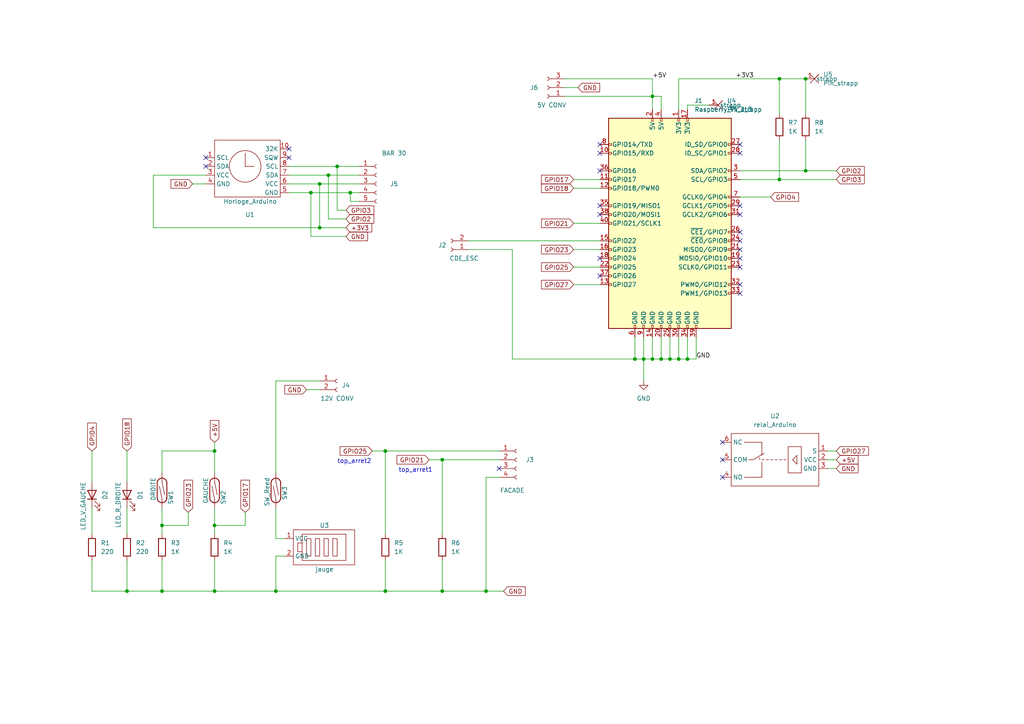
<source format=kicad_sch>
(kicad_sch (version 20211123) (generator eeschema)

  (uuid e63e39d7-6ac0-4ffd-8aa3-1841a4541b55)

  (paper "A4")

  (title_block
    (title "kosmos")
    (date "2022-06-02")
    (rev "V2")
    (company "konkarlab")
  )

  (lib_symbols
    (symbol "Conn_01x02_Female_1" (pin_names (offset 1.016) hide) (in_bom yes) (on_board yes)
      (property "Reference" "J?" (id 0) (at 0 0 0)
        (effects (font (size 1.27 1.27)) hide)
      )
      (property "Value" "12v_conv" (id 1) (at 0 0 0)
        (effects (font (size 1.27 1.27)) hide)
      )
      (property "Footprint" "Connector_PinHeader_2.54mm:PinHeader_1x02_P2.54mm_Vertical" (id 2) (at 0 0 0)
        (effects (font (size 1.27 1.27)) hide)
      )
      (property "Datasheet" "~" (id 3) (at 0 0 0)
        (effects (font (size 1.27 1.27)) hide)
      )
      (property "Datasheet_1" "~" (id 4) (at 0 0 0)
        (effects (font (size 1.27 1.27)) hide)
      )
      (property "Reference_1" "J?" (id 5) (at 0 0 0)
        (effects (font (size 1.27 1.27)) hide)
      )
      (property "Value_1" "12v_conv" (id 6) (at 0 0 0)
        (effects (font (size 1.27 1.27)) hide)
      )
      (property "ki_keywords" "connector" (id 7) (at 0 0 0)
        (effects (font (size 1.27 1.27)) hide)
      )
      (property "ki_description" "Generic connector, single row, 01x02, script generated (kicad-library-utils/schlib/autogen/connector/)" (id 8) (at 0 0 0)
        (effects (font (size 1.27 1.27)) hide)
      )
      (property "ki_fp_filters" "Connector*:*_1x??_*" (id 9) (at 0 0 0)
        (effects (font (size 1.27 1.27)) hide)
      )
      (symbol "Conn_01x02_Female_1_1_1"
        (arc (start 0 -2.032) (mid -0.508 -2.54) (end 0 -3.048)
          (stroke (width 0.1524) (type default) (color 0 0 0 0))
          (fill (type none))
        )
        (polyline
          (pts
            (xy -1.27 -2.54)
            (xy -0.508 -2.54)
          )
          (stroke (width 0.1524) (type default) (color 0 0 0 0))
          (fill (type none))
        )
        (polyline
          (pts
            (xy -1.27 0)
            (xy -0.508 0)
          )
          (stroke (width 0.1524) (type default) (color 0 0 0 0))
          (fill (type none))
        )
        (arc (start 0 0.508) (mid -0.508 0) (end 0 -0.508)
          (stroke (width 0.1524) (type default) (color 0 0 0 0))
          (fill (type none))
        )
        (pin passive line (at -5.08 0 0) (length 3.81)
          (name "Pin_1" (effects (font (size 1.27 1.27))))
          (number "1" (effects (font (size 1.27 1.27))))
        )
        (pin passive line (at -5.08 -2.54 0) (length 3.81)
          (name "Pin_2" (effects (font (size 1.27 1.27))))
          (number "2" (effects (font (size 1.27 1.27))))
        )
      )
    )
    (symbol "Conn_01x03_Female_1" (pin_names (offset 1.016) hide) (in_bom yes) (on_board yes)
      (property "Reference" "J6" (id 0) (at 0 0 0)
        (effects (font (size 1.27 1.27)) hide)
      )
      (property "Value" "5v_conv" (id 1) (at 0 0 0)
        (effects (font (size 1.27 1.27)) hide)
      )
      (property "Footprint" "Connector_PinHeader_2.54mm:PinHeader_1x03_P2.54mm_Vertical" (id 2) (at 0 0 0)
        (effects (font (size 1.27 1.27)) hide)
      )
      (property "Datasheet" "~" (id 3) (at 0 0 0)
        (effects (font (size 1.27 1.27)) hide)
      )
      (property "Datasheet_1" "~" (id 4) (at 0 0 0)
        (effects (font (size 1.27 1.27)) hide)
      )
      (property "Reference_1" "J?" (id 5) (at 0 0 0)
        (effects (font (size 1.27 1.27)) hide)
      )
      (property "Value_1" "5v_conv" (id 6) (at 0 0 0)
        (effects (font (size 1.27 1.27)) hide)
      )
      (property "ki_keywords" "connector" (id 7) (at 0 0 0)
        (effects (font (size 1.27 1.27)) hide)
      )
      (property "ki_description" "Generic connector, single row, 01x03, script generated (kicad-library-utils/schlib/autogen/connector/)" (id 8) (at 0 0 0)
        (effects (font (size 1.27 1.27)) hide)
      )
      (property "ki_fp_filters" "Connector*:*_1x??_*" (id 9) (at 0 0 0)
        (effects (font (size 1.27 1.27)) hide)
      )
      (symbol "Conn_01x03_Female_1_1_1"
        (arc (start 0 -2.032) (mid -0.508 -2.54) (end 0 -3.048)
          (stroke (width 0.1524) (type default) (color 0 0 0 0))
          (fill (type none))
        )
        (polyline
          (pts
            (xy -1.27 -2.54)
            (xy -0.508 -2.54)
          )
          (stroke (width 0.1524) (type default) (color 0 0 0 0))
          (fill (type none))
        )
        (polyline
          (pts
            (xy -1.27 0)
            (xy -0.508 0)
          )
          (stroke (width 0.1524) (type default) (color 0 0 0 0))
          (fill (type none))
        )
        (polyline
          (pts
            (xy -1.27 2.54)
            (xy -0.508 2.54)
          )
          (stroke (width 0.1524) (type default) (color 0 0 0 0))
          (fill (type none))
        )
        (arc (start 0 0.508) (mid -0.508 0) (end 0 -0.508)
          (stroke (width 0.1524) (type default) (color 0 0 0 0))
          (fill (type none))
        )
        (arc (start 0 3.048) (mid -0.508 2.54) (end 0 2.032)
          (stroke (width 0.1524) (type default) (color 0 0 0 0))
          (fill (type none))
        )
        (pin passive line (at -5.08 2.54 0) (length 3.81)
          (name "Pin_1" (effects (font (size 1.27 1.27))))
          (number "1" (effects (font (size 1.27 1.27))))
        )
        (pin passive line (at -5.08 0 0) (length 3.81)
          (name "Pin_2" (effects (font (size 1.27 1.27))))
          (number "2" (effects (font (size 1.27 1.27))))
        )
        (pin passive line (at -5.08 -2.54 0) (length 3.81)
          (name "Pin_3" (effects (font (size 1.27 1.27))))
          (number "3" (effects (font (size 1.27 1.27))))
        )
      )
    )
    (symbol "Connector:Conn_01x02_Female" (pin_names (offset 1.016) hide) (in_bom yes) (on_board yes)
      (property "Reference" "J2" (id 0) (at 0.635 7.62 0)
        (effects (font (size 1.27 1.27)))
      )
      (property "Value" "CDE_ESP" (id 1) (at 0.635 5.08 0)
        (effects (font (size 1.27 1.27)))
      )
      (property "Footprint" "Connector_PinHeader_2.54mm:PinHeader_1x02_P2.54mm_Vertical" (id 2) (at 0 0 0)
        (effects (font (size 1.27 1.27)) hide)
      )
      (property "Datasheet" "" (id 3) (at 0 0 0)
        (effects (font (size 1.27 1.27)) hide)
      )
      (property "Datasheet_1" "" (id 4) (at 0 0 0)
        (effects (font (size 1.27 1.27)) hide)
      )
      (property "Footprint_1" "Connector_PinHeader_1.27mm:PinHeader_1x02_P1.27mm_Vertical" (id 5) (at 0 0 0)
        (effects (font (size 1.27 1.27)) hide)
      )
      (property "Reference_1" "J2" (id 6) (at 0 0 0)
        (effects (font (size 1.27 1.27)) hide)
      )
      (property "Value_1" "CDE_ESP" (id 7) (at 0 0 0)
        (effects (font (size 1.27 1.27)) hide)
      )
      (property "ki_keywords" "connector" (id 8) (at 0 0 0)
        (effects (font (size 1.27 1.27)) hide)
      )
      (property "ki_description" "Generic connector, single row, 01x02, script generated (kicad-library-utils/schlib/autogen/connector/)" (id 9) (at 0 0 0)
        (effects (font (size 1.27 1.27)) hide)
      )
      (property "ki_fp_filters" "Connector*:*_1x??_*" (id 10) (at 0 0 0)
        (effects (font (size 1.27 1.27)) hide)
      )
      (symbol "Conn_01x02_Female_1_1"
        (arc (start 0 -2.032) (mid -0.508 -2.54) (end 0 -3.048)
          (stroke (width 0.1524) (type default) (color 0 0 0 0))
          (fill (type none))
        )
        (polyline
          (pts
            (xy -1.27 -2.54)
            (xy -0.508 -2.54)
          )
          (stroke (width 0.1524) (type default) (color 0 0 0 0))
          (fill (type none))
        )
        (polyline
          (pts
            (xy -1.27 0)
            (xy -0.508 0)
          )
          (stroke (width 0.1524) (type default) (color 0 0 0 0))
          (fill (type none))
        )
        (arc (start 0 0.508) (mid -0.508 0) (end 0 -0.508)
          (stroke (width 0.1524) (type default) (color 0 0 0 0))
          (fill (type none))
        )
        (pin passive line (at -5.08 0 0) (length 3.81)
          (name "Pin_1" (effects (font (size 1.27 1.27))))
          (number "1" (effects (font (size 1.27 1.27))))
        )
        (pin passive line (at -5.08 -2.54 0) (length 3.81)
          (name "Pin_2" (effects (font (size 1.27 1.27))))
          (number "2" (effects (font (size 1.27 1.27))))
        )
      )
    )
    (symbol "Connector:Conn_01x04_Female" (pin_names (offset 1.016) hide) (in_bom yes) (on_board yes)
      (property "Reference" "J3" (id 0) (at 1.27 0.0001 0)
        (effects (font (size 1.27 1.27)) (justify left))
      )
      (property "Value" "FACADE" (id 1) (at 1.27 -2.5399 0)
        (effects (font (size 1.27 1.27)) (justify left))
      )
      (property "Footprint" "Connector_PinHeader_2.54mm:PinHeader_1x04_P2.54mm_Vertical" (id 2) (at 0 0 0)
        (effects (font (size 1.27 1.27)) hide)
      )
      (property "Datasheet" "" (id 3) (at 0 0 0)
        (effects (font (size 1.27 1.27)) hide)
      )
      (property "Datasheet_1" "" (id 4) (at 0 0 0)
        (effects (font (size 1.27 1.27)) hide)
      )
      (property "Footprint_1" "Connector_PinHeader_1.27mm:PinHeader_1x04_P1.27mm_Vertical" (id 5) (at 0 0 0)
        (effects (font (size 1.27 1.27)) hide)
      )
      (property "Reference_1" "J3" (id 6) (at 0 0 0)
        (effects (font (size 1.27 1.27)) hide)
      )
      (property "Value_1" "FACADE" (id 7) (at 0 0 0)
        (effects (font (size 1.27 1.27)) hide)
      )
      (property "ki_keywords" "connector" (id 8) (at 0 0 0)
        (effects (font (size 1.27 1.27)) hide)
      )
      (property "ki_description" "Generic connector, single row, 01x04, script generated (kicad-library-utils/schlib/autogen/connector/)" (id 9) (at 0 0 0)
        (effects (font (size 1.27 1.27)) hide)
      )
      (property "ki_fp_filters" "Connector*:*_1x??_*" (id 10) (at 0 0 0)
        (effects (font (size 1.27 1.27)) hide)
      )
      (symbol "Conn_01x04_Female_1_1"
        (arc (start 0 -4.572) (mid -0.508 -5.08) (end 0 -5.588)
          (stroke (width 0.1524) (type default) (color 0 0 0 0))
          (fill (type none))
        )
        (arc (start 0 -2.032) (mid -0.508 -2.54) (end 0 -3.048)
          (stroke (width 0.1524) (type default) (color 0 0 0 0))
          (fill (type none))
        )
        (polyline
          (pts
            (xy -1.27 -5.08)
            (xy -0.508 -5.08)
          )
          (stroke (width 0.1524) (type default) (color 0 0 0 0))
          (fill (type none))
        )
        (polyline
          (pts
            (xy -1.27 -2.54)
            (xy -0.508 -2.54)
          )
          (stroke (width 0.1524) (type default) (color 0 0 0 0))
          (fill (type none))
        )
        (polyline
          (pts
            (xy -1.27 0)
            (xy -0.508 0)
          )
          (stroke (width 0.1524) (type default) (color 0 0 0 0))
          (fill (type none))
        )
        (polyline
          (pts
            (xy -1.27 2.54)
            (xy -0.508 2.54)
          )
          (stroke (width 0.1524) (type default) (color 0 0 0 0))
          (fill (type none))
        )
        (arc (start 0 0.508) (mid -0.508 0) (end 0 -0.508)
          (stroke (width 0.1524) (type default) (color 0 0 0 0))
          (fill (type none))
        )
        (arc (start 0 3.048) (mid -0.508 2.54) (end 0 2.032)
          (stroke (width 0.1524) (type default) (color 0 0 0 0))
          (fill (type none))
        )
        (pin passive line (at -5.08 2.54 0) (length 3.81)
          (name "Pin_1" (effects (font (size 1.27 1.27))))
          (number "1" (effects (font (size 1.27 1.27))))
        )
        (pin passive line (at -5.08 0 0) (length 3.81)
          (name "Pin_2" (effects (font (size 1.27 1.27))))
          (number "2" (effects (font (size 1.27 1.27))))
        )
        (pin passive line (at -5.08 -2.54 0) (length 3.81)
          (name "Pin_3" (effects (font (size 1.27 1.27))))
          (number "3" (effects (font (size 1.27 1.27))))
        )
        (pin passive line (at -5.08 -5.08 0) (length 3.81)
          (name "Pin_4" (effects (font (size 1.27 1.27))))
          (number "4" (effects (font (size 1.27 1.27))))
        )
      )
    )
    (symbol "Connector:Conn_01x05_Female" (pin_names (offset 1.016) hide) (in_bom yes) (on_board yes)
      (property "Reference" "J?" (id 0) (at -3.81 0 0)
        (effects (font (size 1.27 1.27)))
      )
      (property "Value" "BAR 30" (id 1) (at 5.08 8.89 0)
        (effects (font (size 1.27 1.27)))
      )
      (property "Footprint" "Connector_PinHeader_2.54mm:PinHeader_1x05_P2.54mm_Vertical" (id 2) (at 0 0 0)
        (effects (font (size 1.27 1.27)) hide)
      )
      (property "Datasheet" "~" (id 3) (at 0 0 0)
        (effects (font (size 1.27 1.27)) hide)
      )
      (property "ki_keywords" "connector" (id 4) (at 0 0 0)
        (effects (font (size 1.27 1.27)) hide)
      )
      (property "ki_description" "Generic connector, single row, 01x05, script generated (kicad-library-utils/schlib/autogen/connector/)" (id 5) (at 0 0 0)
        (effects (font (size 1.27 1.27)) hide)
      )
      (property "ki_fp_filters" "Connector*:*_1x??_*" (id 6) (at 0 0 0)
        (effects (font (size 1.27 1.27)) hide)
      )
      (symbol "Conn_01x05_Female_1_1"
        (arc (start 0 -4.572) (mid -0.508 -5.08) (end 0 -5.588)
          (stroke (width 0.1524) (type default) (color 0 0 0 0))
          (fill (type none))
        )
        (arc (start 0 -2.032) (mid -0.508 -2.54) (end 0 -3.048)
          (stroke (width 0.1524) (type default) (color 0 0 0 0))
          (fill (type none))
        )
        (polyline
          (pts
            (xy -1.27 -5.08)
            (xy -0.508 -5.08)
          )
          (stroke (width 0.1524) (type default) (color 0 0 0 0))
          (fill (type none))
        )
        (polyline
          (pts
            (xy -1.27 -2.54)
            (xy -0.508 -2.54)
          )
          (stroke (width 0.1524) (type default) (color 0 0 0 0))
          (fill (type none))
        )
        (polyline
          (pts
            (xy -1.27 0)
            (xy -0.508 0)
          )
          (stroke (width 0.1524) (type default) (color 0 0 0 0))
          (fill (type none))
        )
        (polyline
          (pts
            (xy -1.27 2.54)
            (xy -0.508 2.54)
          )
          (stroke (width 0.1524) (type default) (color 0 0 0 0))
          (fill (type none))
        )
        (polyline
          (pts
            (xy -1.27 5.08)
            (xy -0.508 5.08)
          )
          (stroke (width 0.1524) (type default) (color 0 0 0 0))
          (fill (type none))
        )
        (arc (start 0 0.508) (mid -0.508 0) (end 0 -0.508)
          (stroke (width 0.1524) (type default) (color 0 0 0 0))
          (fill (type none))
        )
        (arc (start 0 3.048) (mid -0.508 2.54) (end 0 2.032)
          (stroke (width 0.1524) (type default) (color 0 0 0 0))
          (fill (type none))
        )
        (arc (start 0 5.588) (mid -0.508 5.08) (end 0 4.572)
          (stroke (width 0.1524) (type default) (color 0 0 0 0))
          (fill (type none))
        )
        (pin passive line (at -5.08 5.08 0) (length 3.81)
          (name "Pin_1" (effects (font (size 1.27 1.27))))
          (number "1" (effects (font (size 1.27 1.27))))
        )
        (pin passive line (at -5.08 2.54 0) (length 3.81)
          (name "Pin_2" (effects (font (size 1.27 1.27))))
          (number "2" (effects (font (size 1.27 1.27))))
        )
        (pin passive line (at -5.08 0 0) (length 3.81)
          (name "Pin_3" (effects (font (size 1.27 1.27))))
          (number "3" (effects (font (size 1.27 1.27))))
        )
        (pin passive line (at -5.08 -2.54 0) (length 3.81)
          (name "Pin_4" (effects (font (size 1.27 1.27))))
          (number "4" (effects (font (size 1.27 1.27))))
        )
        (pin passive line (at -5.08 -5.08 0) (length 3.81)
          (name "Pin_5" (effects (font (size 1.27 1.27))))
          (number "5" (effects (font (size 1.27 1.27))))
        )
      )
    )
    (symbol "Connector:Raspberry_Pi_2_3" (pin_names (offset 1.016)) (in_bom yes) (on_board yes)
      (property "Reference" "J" (id 0) (at -17.78 31.75 0)
        (effects (font (size 1.27 1.27)) (justify left bottom))
      )
      (property "Value" "Raspberry_Pi_2_3" (id 1) (at 10.16 -31.75 0)
        (effects (font (size 1.27 1.27)) (justify left top))
      )
      (property "Footprint" "" (id 2) (at 0 0 0)
        (effects (font (size 1.27 1.27)) hide)
      )
      (property "Datasheet" "https://www.raspberrypi.org/documentation/hardware/raspberrypi/schematics/rpi_SCH_3bplus_1p0_reduced.pdf" (id 3) (at 0 0 0)
        (effects (font (size 1.27 1.27)) hide)
      )
      (property "ki_keywords" "raspberrypi gpio" (id 4) (at 0 0 0)
        (effects (font (size 1.27 1.27)) hide)
      )
      (property "ki_description" "expansion header for Raspberry Pi 2 & 3" (id 5) (at 0 0 0)
        (effects (font (size 1.27 1.27)) hide)
      )
      (property "ki_fp_filters" "PinHeader*2x20*P2.54mm*Vertical* PinSocket*2x20*P2.54mm*Vertical*" (id 6) (at 0 0 0)
        (effects (font (size 1.27 1.27)) hide)
      )
      (symbol "Raspberry_Pi_2_3_0_1"
        (rectangle (start -17.78 30.48) (end 17.78 -30.48)
          (stroke (width 0.254) (type default) (color 0 0 0 0))
          (fill (type background))
        )
      )
      (symbol "Raspberry_Pi_2_3_1_1"
        (rectangle (start -16.891 -17.526) (end -17.78 -18.034)
          (stroke (width 0) (type default) (color 0 0 0 0))
          (fill (type none))
        )
        (rectangle (start -16.891 -14.986) (end -17.78 -15.494)
          (stroke (width 0) (type default) (color 0 0 0 0))
          (fill (type none))
        )
        (rectangle (start -16.891 -12.446) (end -17.78 -12.954)
          (stroke (width 0) (type default) (color 0 0 0 0))
          (fill (type none))
        )
        (rectangle (start -16.891 -9.906) (end -17.78 -10.414)
          (stroke (width 0) (type default) (color 0 0 0 0))
          (fill (type none))
        )
        (rectangle (start -16.891 -7.366) (end -17.78 -7.874)
          (stroke (width 0) (type default) (color 0 0 0 0))
          (fill (type none))
        )
        (rectangle (start -16.891 -4.826) (end -17.78 -5.334)
          (stroke (width 0) (type default) (color 0 0 0 0))
          (fill (type none))
        )
        (rectangle (start -16.891 0.254) (end -17.78 -0.254)
          (stroke (width 0) (type default) (color 0 0 0 0))
          (fill (type none))
        )
        (rectangle (start -16.891 2.794) (end -17.78 2.286)
          (stroke (width 0) (type default) (color 0 0 0 0))
          (fill (type none))
        )
        (rectangle (start -16.891 5.334) (end -17.78 4.826)
          (stroke (width 0) (type default) (color 0 0 0 0))
          (fill (type none))
        )
        (rectangle (start -16.891 10.414) (end -17.78 9.906)
          (stroke (width 0) (type default) (color 0 0 0 0))
          (fill (type none))
        )
        (rectangle (start -16.891 12.954) (end -17.78 12.446)
          (stroke (width 0) (type default) (color 0 0 0 0))
          (fill (type none))
        )
        (rectangle (start -16.891 15.494) (end -17.78 14.986)
          (stroke (width 0) (type default) (color 0 0 0 0))
          (fill (type none))
        )
        (rectangle (start -16.891 20.574) (end -17.78 20.066)
          (stroke (width 0) (type default) (color 0 0 0 0))
          (fill (type none))
        )
        (rectangle (start -16.891 23.114) (end -17.78 22.606)
          (stroke (width 0) (type default) (color 0 0 0 0))
          (fill (type none))
        )
        (rectangle (start -10.414 -29.591) (end -9.906 -30.48)
          (stroke (width 0) (type default) (color 0 0 0 0))
          (fill (type none))
        )
        (rectangle (start -7.874 -29.591) (end -7.366 -30.48)
          (stroke (width 0) (type default) (color 0 0 0 0))
          (fill (type none))
        )
        (rectangle (start -5.334 -29.591) (end -4.826 -30.48)
          (stroke (width 0) (type default) (color 0 0 0 0))
          (fill (type none))
        )
        (rectangle (start -5.334 30.48) (end -4.826 29.591)
          (stroke (width 0) (type default) (color 0 0 0 0))
          (fill (type none))
        )
        (rectangle (start -2.794 -29.591) (end -2.286 -30.48)
          (stroke (width 0) (type default) (color 0 0 0 0))
          (fill (type none))
        )
        (rectangle (start -2.794 30.48) (end -2.286 29.591)
          (stroke (width 0) (type default) (color 0 0 0 0))
          (fill (type none))
        )
        (rectangle (start -0.254 -29.591) (end 0.254 -30.48)
          (stroke (width 0) (type default) (color 0 0 0 0))
          (fill (type none))
        )
        (rectangle (start 2.286 -29.591) (end 2.794 -30.48)
          (stroke (width 0) (type default) (color 0 0 0 0))
          (fill (type none))
        )
        (rectangle (start 2.286 30.48) (end 2.794 29.591)
          (stroke (width 0) (type default) (color 0 0 0 0))
          (fill (type none))
        )
        (rectangle (start 4.826 -29.591) (end 5.334 -30.48)
          (stroke (width 0) (type default) (color 0 0 0 0))
          (fill (type none))
        )
        (rectangle (start 4.826 30.48) (end 5.334 29.591)
          (stroke (width 0) (type default) (color 0 0 0 0))
          (fill (type none))
        )
        (rectangle (start 7.366 -29.591) (end 7.874 -30.48)
          (stroke (width 0) (type default) (color 0 0 0 0))
          (fill (type none))
        )
        (rectangle (start 17.78 -20.066) (end 16.891 -20.574)
          (stroke (width 0) (type default) (color 0 0 0 0))
          (fill (type none))
        )
        (rectangle (start 17.78 -17.526) (end 16.891 -18.034)
          (stroke (width 0) (type default) (color 0 0 0 0))
          (fill (type none))
        )
        (rectangle (start 17.78 -12.446) (end 16.891 -12.954)
          (stroke (width 0) (type default) (color 0 0 0 0))
          (fill (type none))
        )
        (rectangle (start 17.78 -9.906) (end 16.891 -10.414)
          (stroke (width 0) (type default) (color 0 0 0 0))
          (fill (type none))
        )
        (rectangle (start 17.78 -7.366) (end 16.891 -7.874)
          (stroke (width 0) (type default) (color 0 0 0 0))
          (fill (type none))
        )
        (rectangle (start 17.78 -4.826) (end 16.891 -5.334)
          (stroke (width 0) (type default) (color 0 0 0 0))
          (fill (type none))
        )
        (rectangle (start 17.78 -2.286) (end 16.891 -2.794)
          (stroke (width 0) (type default) (color 0 0 0 0))
          (fill (type none))
        )
        (rectangle (start 17.78 2.794) (end 16.891 2.286)
          (stroke (width 0) (type default) (color 0 0 0 0))
          (fill (type none))
        )
        (rectangle (start 17.78 5.334) (end 16.891 4.826)
          (stroke (width 0) (type default) (color 0 0 0 0))
          (fill (type none))
        )
        (rectangle (start 17.78 7.874) (end 16.891 7.366)
          (stroke (width 0) (type default) (color 0 0 0 0))
          (fill (type none))
        )
        (rectangle (start 17.78 12.954) (end 16.891 12.446)
          (stroke (width 0) (type default) (color 0 0 0 0))
          (fill (type none))
        )
        (rectangle (start 17.78 15.494) (end 16.891 14.986)
          (stroke (width 0) (type default) (color 0 0 0 0))
          (fill (type none))
        )
        (rectangle (start 17.78 20.574) (end 16.891 20.066)
          (stroke (width 0) (type default) (color 0 0 0 0))
          (fill (type none))
        )
        (rectangle (start 17.78 23.114) (end 16.891 22.606)
          (stroke (width 0) (type default) (color 0 0 0 0))
          (fill (type none))
        )
        (pin power_in line (at 2.54 33.02 270) (length 2.54)
          (name "3V3" (effects (font (size 1.27 1.27))))
          (number "1" (effects (font (size 1.27 1.27))))
        )
        (pin bidirectional line (at -20.32 20.32 0) (length 2.54)
          (name "GPIO15/RXD" (effects (font (size 1.27 1.27))))
          (number "10" (effects (font (size 1.27 1.27))))
        )
        (pin bidirectional line (at -20.32 12.7 0) (length 2.54)
          (name "GPIO17" (effects (font (size 1.27 1.27))))
          (number "11" (effects (font (size 1.27 1.27))))
        )
        (pin bidirectional line (at -20.32 10.16 0) (length 2.54)
          (name "GPIO18/PWM0" (effects (font (size 1.27 1.27))))
          (number "12" (effects (font (size 1.27 1.27))))
        )
        (pin bidirectional line (at -20.32 -17.78 0) (length 2.54)
          (name "GPIO27" (effects (font (size 1.27 1.27))))
          (number "13" (effects (font (size 1.27 1.27))))
        )
        (pin power_in line (at -5.08 -33.02 90) (length 2.54)
          (name "GND" (effects (font (size 1.27 1.27))))
          (number "14" (effects (font (size 1.27 1.27))))
        )
        (pin bidirectional line (at -20.32 -5.08 0) (length 2.54)
          (name "GPIO22" (effects (font (size 1.27 1.27))))
          (number "15" (effects (font (size 1.27 1.27))))
        )
        (pin bidirectional line (at -20.32 -7.62 0) (length 2.54)
          (name "GPIO23" (effects (font (size 1.27 1.27))))
          (number "16" (effects (font (size 1.27 1.27))))
        )
        (pin power_in line (at 5.08 33.02 270) (length 2.54)
          (name "3V3" (effects (font (size 1.27 1.27))))
          (number "17" (effects (font (size 1.27 1.27))))
        )
        (pin bidirectional line (at -20.32 -10.16 0) (length 2.54)
          (name "GPIO24" (effects (font (size 1.27 1.27))))
          (number "18" (effects (font (size 1.27 1.27))))
        )
        (pin bidirectional line (at 20.32 -10.16 180) (length 2.54)
          (name "MOSI0/GPIO10" (effects (font (size 1.27 1.27))))
          (number "19" (effects (font (size 1.27 1.27))))
        )
        (pin power_in line (at -5.08 33.02 270) (length 2.54)
          (name "5V" (effects (font (size 1.27 1.27))))
          (number "2" (effects (font (size 1.27 1.27))))
        )
        (pin power_in line (at -2.54 -33.02 90) (length 2.54)
          (name "GND" (effects (font (size 1.27 1.27))))
          (number "20" (effects (font (size 1.27 1.27))))
        )
        (pin bidirectional line (at 20.32 -7.62 180) (length 2.54)
          (name "MISO0/GPIO9" (effects (font (size 1.27 1.27))))
          (number "21" (effects (font (size 1.27 1.27))))
        )
        (pin bidirectional line (at -20.32 -12.7 0) (length 2.54)
          (name "GPIO25" (effects (font (size 1.27 1.27))))
          (number "22" (effects (font (size 1.27 1.27))))
        )
        (pin bidirectional line (at 20.32 -12.7 180) (length 2.54)
          (name "SCLK0/GPIO11" (effects (font (size 1.27 1.27))))
          (number "23" (effects (font (size 1.27 1.27))))
        )
        (pin bidirectional line (at 20.32 -5.08 180) (length 2.54)
          (name "~{CE0}/GPIO8" (effects (font (size 1.27 1.27))))
          (number "24" (effects (font (size 1.27 1.27))))
        )
        (pin power_in line (at 0 -33.02 90) (length 2.54)
          (name "GND" (effects (font (size 1.27 1.27))))
          (number "25" (effects (font (size 1.27 1.27))))
        )
        (pin bidirectional line (at 20.32 -2.54 180) (length 2.54)
          (name "~{CE1}/GPIO7" (effects (font (size 1.27 1.27))))
          (number "26" (effects (font (size 1.27 1.27))))
        )
        (pin bidirectional line (at 20.32 22.86 180) (length 2.54)
          (name "ID_SD/GPIO0" (effects (font (size 1.27 1.27))))
          (number "27" (effects (font (size 1.27 1.27))))
        )
        (pin bidirectional line (at 20.32 20.32 180) (length 2.54)
          (name "ID_SC/GPIO1" (effects (font (size 1.27 1.27))))
          (number "28" (effects (font (size 1.27 1.27))))
        )
        (pin bidirectional line (at 20.32 5.08 180) (length 2.54)
          (name "GCLK1/GPIO5" (effects (font (size 1.27 1.27))))
          (number "29" (effects (font (size 1.27 1.27))))
        )
        (pin bidirectional line (at 20.32 15.24 180) (length 2.54)
          (name "SDA/GPIO2" (effects (font (size 1.27 1.27))))
          (number "3" (effects (font (size 1.27 1.27))))
        )
        (pin power_in line (at 2.54 -33.02 90) (length 2.54)
          (name "GND" (effects (font (size 1.27 1.27))))
          (number "30" (effects (font (size 1.27 1.27))))
        )
        (pin bidirectional line (at 20.32 2.54 180) (length 2.54)
          (name "GCLK2/GPIO6" (effects (font (size 1.27 1.27))))
          (number "31" (effects (font (size 1.27 1.27))))
        )
        (pin bidirectional line (at 20.32 -17.78 180) (length 2.54)
          (name "PWM0/GPIO12" (effects (font (size 1.27 1.27))))
          (number "32" (effects (font (size 1.27 1.27))))
        )
        (pin bidirectional line (at 20.32 -20.32 180) (length 2.54)
          (name "PWM1/GPIO13" (effects (font (size 1.27 1.27))))
          (number "33" (effects (font (size 1.27 1.27))))
        )
        (pin power_in line (at 5.08 -33.02 90) (length 2.54)
          (name "GND" (effects (font (size 1.27 1.27))))
          (number "34" (effects (font (size 1.27 1.27))))
        )
        (pin bidirectional line (at -20.32 5.08 0) (length 2.54)
          (name "GPIO19/MISO1" (effects (font (size 1.27 1.27))))
          (number "35" (effects (font (size 1.27 1.27))))
        )
        (pin bidirectional line (at -20.32 15.24 0) (length 2.54)
          (name "GPIO16" (effects (font (size 1.27 1.27))))
          (number "36" (effects (font (size 1.27 1.27))))
        )
        (pin bidirectional line (at -20.32 -15.24 0) (length 2.54)
          (name "GPIO26" (effects (font (size 1.27 1.27))))
          (number "37" (effects (font (size 1.27 1.27))))
        )
        (pin bidirectional line (at -20.32 2.54 0) (length 2.54)
          (name "GPIO20/MOSI1" (effects (font (size 1.27 1.27))))
          (number "38" (effects (font (size 1.27 1.27))))
        )
        (pin power_in line (at 7.62 -33.02 90) (length 2.54)
          (name "GND" (effects (font (size 1.27 1.27))))
          (number "39" (effects (font (size 1.27 1.27))))
        )
        (pin power_in line (at -2.54 33.02 270) (length 2.54)
          (name "5V" (effects (font (size 1.27 1.27))))
          (number "4" (effects (font (size 1.27 1.27))))
        )
        (pin bidirectional line (at -20.32 0 0) (length 2.54)
          (name "GPIO21/SCLK1" (effects (font (size 1.27 1.27))))
          (number "40" (effects (font (size 1.27 1.27))))
        )
        (pin bidirectional line (at 20.32 12.7 180) (length 2.54)
          (name "SCL/GPIO3" (effects (font (size 1.27 1.27))))
          (number "5" (effects (font (size 1.27 1.27))))
        )
        (pin power_in line (at -10.16 -33.02 90) (length 2.54)
          (name "GND" (effects (font (size 1.27 1.27))))
          (number "6" (effects (font (size 1.27 1.27))))
        )
        (pin bidirectional line (at 20.32 7.62 180) (length 2.54)
          (name "GCLK0/GPIO4" (effects (font (size 1.27 1.27))))
          (number "7" (effects (font (size 1.27 1.27))))
        )
        (pin bidirectional line (at -20.32 22.86 0) (length 2.54)
          (name "GPIO14/TXD" (effects (font (size 1.27 1.27))))
          (number "8" (effects (font (size 1.27 1.27))))
        )
        (pin power_in line (at -7.62 -33.02 90) (length 2.54)
          (name "GND" (effects (font (size 1.27 1.27))))
          (number "9" (effects (font (size 1.27 1.27))))
        )
      )
    )
    (symbol "Device:LED" (pin_numbers hide) (pin_names (offset 1.016) hide) (in_bom yes) (on_board yes)
      (property "Reference" "D" (id 0) (at 0 2.54 0)
        (effects (font (size 1.27 1.27)))
      )
      (property "Value" "LED" (id 1) (at 0 -2.54 0)
        (effects (font (size 1.27 1.27)))
      )
      (property "Footprint" "" (id 2) (at 0 0 0)
        (effects (font (size 1.27 1.27)) hide)
      )
      (property "Datasheet" "~" (id 3) (at 0 0 0)
        (effects (font (size 1.27 1.27)) hide)
      )
      (property "ki_keywords" "LED diode" (id 4) (at 0 0 0)
        (effects (font (size 1.27 1.27)) hide)
      )
      (property "ki_description" "Light emitting diode" (id 5) (at 0 0 0)
        (effects (font (size 1.27 1.27)) hide)
      )
      (property "ki_fp_filters" "LED* LED_SMD:* LED_THT:*" (id 6) (at 0 0 0)
        (effects (font (size 1.27 1.27)) hide)
      )
      (symbol "LED_0_1"
        (polyline
          (pts
            (xy -1.27 -1.27)
            (xy -1.27 1.27)
          )
          (stroke (width 0.254) (type default) (color 0 0 0 0))
          (fill (type none))
        )
        (polyline
          (pts
            (xy -1.27 0)
            (xy 1.27 0)
          )
          (stroke (width 0) (type default) (color 0 0 0 0))
          (fill (type none))
        )
        (polyline
          (pts
            (xy 1.27 -1.27)
            (xy 1.27 1.27)
            (xy -1.27 0)
            (xy 1.27 -1.27)
          )
          (stroke (width 0.254) (type default) (color 0 0 0 0))
          (fill (type none))
        )
        (polyline
          (pts
            (xy -3.048 -0.762)
            (xy -4.572 -2.286)
            (xy -3.81 -2.286)
            (xy -4.572 -2.286)
            (xy -4.572 -1.524)
          )
          (stroke (width 0) (type default) (color 0 0 0 0))
          (fill (type none))
        )
        (polyline
          (pts
            (xy -1.778 -0.762)
            (xy -3.302 -2.286)
            (xy -2.54 -2.286)
            (xy -3.302 -2.286)
            (xy -3.302 -1.524)
          )
          (stroke (width 0) (type default) (color 0 0 0 0))
          (fill (type none))
        )
      )
      (symbol "LED_1_1"
        (pin passive line (at -3.81 0 0) (length 2.54)
          (name "K" (effects (font (size 1.27 1.27))))
          (number "1" (effects (font (size 1.27 1.27))))
        )
        (pin passive line (at 3.81 0 180) (length 2.54)
          (name "A" (effects (font (size 1.27 1.27))))
          (number "2" (effects (font (size 1.27 1.27))))
        )
      )
    )
    (symbol "Device:R" (pin_numbers hide) (pin_names (offset 0)) (in_bom yes) (on_board yes)
      (property "Reference" "R1" (id 0) (at 2.54 1.2701 0)
        (effects (font (size 1.27 1.27)) (justify left))
      )
      (property "Value" "R" (id 1) (at 2.54 -1.2699 0)
        (effects (font (size 1.27 1.27)) (justify left))
      )
      (property "Footprint" "Resistor_THT:R_Axial_DIN0414_L11.9mm_D4.5mm_P15.24mm_Horizontal" (id 2) (at -1.778 0 90)
        (effects (font (size 1.27 1.27)) hide)
      )
      (property "Datasheet" "~" (id 3) (at 0 0 0)
        (effects (font (size 1.27 1.27)) hide)
      )
      (property "ki_keywords" "R res resistor" (id 4) (at 0 0 0)
        (effects (font (size 1.27 1.27)) hide)
      )
      (property "ki_description" "Resistor" (id 5) (at 0 0 0)
        (effects (font (size 1.27 1.27)) hide)
      )
      (property "ki_fp_filters" "R_*" (id 6) (at 0 0 0)
        (effects (font (size 1.27 1.27)) hide)
      )
      (symbol "R_0_1"
        (rectangle (start -1.016 -2.54) (end 1.016 2.54)
          (stroke (width 0.254) (type default) (color 0 0 0 0))
          (fill (type none))
        )
      )
      (symbol "R_1_1"
        (pin passive line (at 0 3.81 270) (length 1.27)
          (name "~" (effects (font (size 1.27 1.27))))
          (number "1" (effects (font (size 1.27 1.27))))
        )
        (pin passive line (at 0 -3.81 90) (length 1.27)
          (name "~" (effects (font (size 1.27 1.27))))
          (number "2" (effects (font (size 1.27 1.27))))
        )
      )
    )
    (symbol "Switch:SW_Reed" (pin_numbers hide) (pin_names (offset 0) hide) (in_bom yes) (on_board yes)
      (property "Reference" "SW1" (id 0) (at 0 6.35 0)
        (effects (font (size 1.27 1.27)))
      )
      (property "Value" "SW_Reed" (id 1) (at 0 3.81 0)
        (effects (font (size 1.27 1.27)))
      )
      (property "Footprint" "Resistor_THT:R_Axial_DIN0516_L15.5mm_D5.0mm_P20.32mm_Horizontal" (id 2) (at 0 0 0)
        (effects (font (size 1.27 1.27)) hide)
      )
      (property "Datasheet" "~" (id 3) (at 0 0 0)
        (effects (font (size 1.27 1.27)) hide)
      )
      (property "ki_keywords" "reed magnetic switch" (id 4) (at 0 0 0)
        (effects (font (size 1.27 1.27)) hide)
      )
      (property "ki_description" "reed switch" (id 5) (at 0 0 0)
        (effects (font (size 1.27 1.27)) hide)
      )
      (symbol "SW_Reed_0_0"
        (arc (start -2.159 1.397) (mid -3.556 0) (end -2.159 -1.397)
          (stroke (width 0.254) (type default) (color 0 0 0 0))
          (fill (type none))
        )
        (polyline
          (pts
            (xy -2.54 0)
            (xy 1.27 0.762)
          )
          (stroke (width 0) (type default) (color 0 0 0 0))
          (fill (type none))
        )
        (polyline
          (pts
            (xy -2.159 -1.397)
            (xy 2.286 -1.397)
          )
          (stroke (width 0.254) (type default) (color 0 0 0 0))
          (fill (type none))
        )
        (polyline
          (pts
            (xy 2.159 1.397)
            (xy -2.159 1.397)
          )
          (stroke (width 0.254) (type default) (color 0 0 0 0))
          (fill (type none))
        )
        (polyline
          (pts
            (xy 2.54 0)
            (xy -1.27 -0.762)
          )
          (stroke (width 0) (type default) (color 0 0 0 0))
          (fill (type none))
        )
        (arc (start 2.159 -1.397) (mid 3.556 0) (end 2.159 1.397)
          (stroke (width 0.254) (type default) (color 0 0 0 0))
          (fill (type none))
        )
      )
      (symbol "SW_Reed_1_1"
        (pin passive line (at -5.08 0 0) (length 2.54)
          (name "1" (effects (font (size 1.27 1.27))))
          (number "1" (effects (font (size 1.27 1.27))))
        )
        (pin passive line (at 5.08 0 180) (length 2.54)
          (name "2" (effects (font (size 1.27 1.27))))
          (number "2" (effects (font (size 1.27 1.27))))
        )
      )
    )
    (symbol "ma_librairie:Horloge_Arduino" (in_bom yes) (on_board yes)
      (property "Reference" "U?" (id 0) (at 8.89 -21.59 0)
        (effects (font (size 1.27 1.27)) (justify left))
      )
      (property "Value" "Horloge_Arduino" (id 1) (at 2.54 -17.78 0)
        (effects (font (size 1.27 1.27)) (justify left))
      )
      (property "Footprint" "Ma_librairie1:Rtc_arduino" (id 2) (at -2.54 3.81 0)
        (effects (font (size 1.27 1.27)) hide)
      )
      (property "Datasheet" "" (id 3) (at -2.54 3.81 0)
        (effects (font (size 1.27 1.27)) hide)
      )
      (symbol "Horloge_Arduino_0_1"
        (polyline
          (pts
            (xy 8.89 -3.81)
            (xy 8.89 -7.62)
            (xy 11.43 -7.62)
          )
          (stroke (width 0) (type default) (color 0 0 0 0))
          (fill (type none))
        )
        (polyline
          (pts
            (xy 0 0)
            (xy 19.05 0)
            (xy 19.05 -16.51)
            (xy 0 -16.51)
            (xy 0 0)
          )
          (stroke (width 0) (type default) (color 0 0 0 0))
          (fill (type none))
        )
        (circle (center 8.89 -7.62) (radius 4.5791)
          (stroke (width 0) (type default) (color 0 0 0 0))
          (fill (type none))
        )
      )
      (symbol "Horloge_Arduino_1_1"
        (pin input line (at -2.54 -5.08 0) (length 2.54)
          (name "SCL" (effects (font (size 1.27 1.27))))
          (number "1" (effects (font (size 1.27 1.27))))
        )
        (pin input line (at 21.59 -2.54 180) (length 2.54)
          (name "32K" (effects (font (size 1.27 1.27))))
          (number "10" (effects (font (size 1.27 1.27))))
        )
        (pin input line (at -2.54 -7.62 0) (length 2.54)
          (name "SDA" (effects (font (size 1.27 1.27))))
          (number "2" (effects (font (size 1.27 1.27))))
        )
        (pin input line (at -2.54 -10.16 0) (length 2.54)
          (name "VCC" (effects (font (size 1.27 1.27))))
          (number "3" (effects (font (size 1.27 1.27))))
        )
        (pin input line (at -2.54 -12.7 0) (length 2.54)
          (name "GND" (effects (font (size 1.27 1.27))))
          (number "4" (effects (font (size 1.27 1.27))))
        )
        (pin input line (at 21.59 -15.24 180) (length 2.54)
          (name "GND" (effects (font (size 1.27 1.27))))
          (number "5" (effects (font (size 1.27 1.27))))
        )
        (pin input line (at 21.59 -12.7 180) (length 2.54)
          (name "VCC" (effects (font (size 1.27 1.27))))
          (number "6" (effects (font (size 1.27 1.27))))
        )
        (pin input line (at 21.59 -10.16 180) (length 2.54)
          (name "SDA" (effects (font (size 1.27 1.27))))
          (number "7" (effects (font (size 1.27 1.27))))
        )
        (pin input line (at 21.59 -7.62 180) (length 2.54)
          (name "SCL" (effects (font (size 1.27 1.27))))
          (number "8" (effects (font (size 1.27 1.27))))
        )
        (pin input line (at 21.59 -5.08 180) (length 2.54)
          (name "SQW" (effects (font (size 1.27 1.27))))
          (number "9" (effects (font (size 1.27 1.27))))
        )
      )
    )
    (symbol "ma_librairie:Pin_strapp" (in_bom yes) (on_board yes)
      (property "Reference" "U" (id 0) (at -1.27 1.27 0)
        (effects (font (size 1.27 1.27)))
      )
      (property "Value" "Pin_strapp" (id 1) (at -1.27 1.27 0)
        (effects (font (size 1.27 1.27)))
      )
      (property "Footprint" "Ma_librairie1:strapp" (id 2) (at -1.27 1.27 0)
        (effects (font (size 1.27 1.27)) hide)
      )
      (property "Datasheet" "" (id 3) (at -1.27 1.27 0)
        (effects (font (size 1.27 1.27)) hide)
      )
      (symbol "Pin_strapp_0_1"
        (polyline
          (pts
            (xy 0 -1.27)
            (xy -1.27 0)
          )
          (stroke (width 0) (type default) (color 0 0 0 0))
          (fill (type none))
        )
        (polyline
          (pts
            (xy 0 -1.27)
            (xy 1.27 -2.54)
          )
          (stroke (width 0) (type default) (color 0 0 0 0))
          (fill (type none))
        )
        (polyline
          (pts
            (xy 0 -1.27)
            (xy 1.27 0)
          )
          (stroke (width 0) (type default) (color 0 0 0 0))
          (fill (type none))
        )
        (polyline
          (pts
            (xy 1.27 0)
            (xy 0 -1.27)
            (xy -1.27 -2.54)
          )
          (stroke (width 0) (type default) (color 0 0 0 0))
          (fill (type none))
        )
      )
      (symbol "Pin_strapp_1_1"
        (pin input line (at -2.54 -1.27 0) (length 2.54)
          (name "strapp" (effects (font (size 1.27 1.27))))
          (number "1" (effects (font (size 1.27 1.27))))
        )
      )
    )
    (symbol "ma_librairie:jauge" (in_bom yes) (on_board yes)
      (property "Reference" "U" (id 0) (at -3.81 2.54 0)
        (effects (font (size 1.27 1.27)))
      )
      (property "Value" "jauge" (id 1) (at -3.81 2.54 0)
        (effects (font (size 1.27 1.27)))
      )
      (property "Footprint" "Ma_librairie1:Jauge_arduino" (id 2) (at -3.81 2.54 0)
        (effects (font (size 1.27 1.27)) hide)
      )
      (property "Datasheet" "" (id 3) (at -3.81 2.54 0)
        (effects (font (size 1.27 1.27)) hide)
      )
      (symbol "jauge_0_1"
        (polyline
          (pts
            (xy 2.54 -3.81)
            (xy 1.27 -3.81)
            (xy 1.27 -6.35)
            (xy 2.54 -6.35)
          )
          (stroke (width 0) (type default) (color 0 0 0 0))
          (fill (type none))
        )
        (polyline
          (pts
            (xy 0 0)
            (xy 17.78 0)
            (xy 17.78 -10.16)
            (xy 0 -10.16)
            (xy 0 0)
          )
          (stroke (width 0) (type default) (color 0 0 0 0))
          (fill (type none))
        )
        (polyline
          (pts
            (xy 2.54 -1.27)
            (xy 15.24 -1.27)
            (xy 15.24 -8.89)
            (xy 2.54 -8.89)
            (xy 2.54 -1.27)
          )
          (stroke (width 0) (type default) (color 0 0 0 0))
          (fill (type none))
        )
        (polyline
          (pts
            (xy 3.81 -2.54)
            (xy 3.81 -7.62)
            (xy 5.08 -7.62)
            (xy 5.08 -2.54)
            (xy 3.81 -2.54)
          )
          (stroke (width 0) (type default) (color 0 0 0 0))
          (fill (type none))
        )
        (polyline
          (pts
            (xy 6.35 -2.54)
            (xy 6.35 -7.62)
            (xy 7.62 -7.62)
            (xy 7.62 -2.54)
            (xy 6.35 -2.54)
          )
          (stroke (width 0) (type default) (color 0 0 0 0))
          (fill (type none))
        )
        (polyline
          (pts
            (xy 8.89 -2.54)
            (xy 8.89 -7.62)
            (xy 10.16 -7.62)
            (xy 10.16 -2.54)
            (xy 8.89 -2.54)
          )
          (stroke (width 0) (type default) (color 0 0 0 0))
          (fill (type none))
        )
        (polyline
          (pts
            (xy 11.43 -2.54)
            (xy 11.43 -7.62)
            (xy 12.7 -7.62)
            (xy 12.7 -2.54)
            (xy 11.43 -2.54)
          )
          (stroke (width 0) (type default) (color 0 0 0 0))
          (fill (type none))
        )
      )
      (symbol "jauge_1_1"
        (pin input line (at -2.54 -2.54 0) (length 2.54)
          (name "VCC" (effects (font (size 1.27 1.27))))
          (number "1" (effects (font (size 1.27 1.27))))
        )
        (pin input line (at -2.54 -7.62 0) (length 2.54)
          (name "GND" (effects (font (size 1.27 1.27))))
          (number "2" (effects (font (size 1.27 1.27))))
        )
      )
    )
    (symbol "my_librairie:relai_Arduino" (in_bom yes) (on_board yes)
      (property "Reference" "U" (id 0) (at -7.62 1.27 0)
        (effects (font (size 1.27 1.27)))
      )
      (property "Value" "relai_Arduino" (id 1) (at -2.54 3.81 0)
        (effects (font (size 1.27 1.27)))
      )
      (property "Footprint" "lib_relai:HW_482" (id 2) (at 0 0 0)
        (effects (font (size 1.27 1.27)) hide)
      )
      (property "Datasheet" "" (id 3) (at 0 0 0)
        (effects (font (size 1.27 1.27)) hide)
      )
      (symbol "relai_Arduino_0_1"
        (polyline
          (pts
            (xy 6.35 -6.35)
            (xy 6.35 -6.35)
          )
          (stroke (width 0) (type default) (color 0 0 0 0))
          (fill (type none))
        )
        (polyline
          (pts
            (xy 9.525 -7.62)
            (xy 10.16 -7.62)
          )
          (stroke (width 0) (type default) (color 0 0 0 0))
          (fill (type none))
        )
        (polyline
          (pts
            (xy 10.795 -7.62)
            (xy 11.43 -7.62)
          )
          (stroke (width 0) (type default) (color 0 0 0 0))
          (fill (type none))
        )
        (polyline
          (pts
            (xy 12.065 -7.62)
            (xy 12.7 -7.62)
          )
          (stroke (width 0) (type default) (color 0 0 0 0))
          (fill (type none))
        )
        (polyline
          (pts
            (xy 13.335 -7.62)
            (xy 13.97 -7.62)
          )
          (stroke (width 0) (type default) (color 0 0 0 0))
          (fill (type none))
        )
        (polyline
          (pts
            (xy 14.605 -7.62)
            (xy 15.24 -7.62)
          )
          (stroke (width 0) (type default) (color 0 0 0 0))
          (fill (type none))
        )
        (polyline
          (pts
            (xy 15.875 -7.62)
            (xy 16.51 -7.62)
          )
          (stroke (width 0) (type default) (color 0 0 0 0))
          (fill (type none))
        )
        (polyline
          (pts
            (xy 17.145 -7.62)
            (xy 17.145 -6.985)
          )
          (stroke (width 0) (type default) (color 0 0 0 0))
          (fill (type none))
        )
        (polyline
          (pts
            (xy 16.51 -8.255)
            (xy 16.51 -12.7)
            (xy 21.59 -12.7)
          )
          (stroke (width 0) (type default) (color 0 0 0 0))
          (fill (type none))
        )
        (polyline
          (pts
            (xy 16.51 -6.35)
            (xy 16.51 -2.54)
            (xy 21.59 -2.54)
          )
          (stroke (width 0) (type default) (color 0 0 0 0))
          (fill (type none))
        )
        (polyline
          (pts
            (xy 20.32 -7.62)
            (xy 19.05 -7.62)
            (xy 15.875 -5.715)
          )
          (stroke (width 0) (type default) (color 0 0 0 0))
          (fill (type none))
        )
        (polyline
          (pts
            (xy 6.35 -6.35)
            (xy 6.35 -8.89)
            (xy 7.62 -7.62)
            (xy 6.35 -6.35)
          )
          (stroke (width 0) (type default) (color 0 0 0 0))
          (fill (type none))
        )
        (polyline
          (pts
            (xy 0 0)
            (xy 25.4 0)
            (xy 25.4 -15.24)
            (xy 0 -15.24)
            (xy 0 0)
          )
          (stroke (width 0) (type default) (color 0 0 0 0))
          (fill (type none))
        )
        (polyline
          (pts
            (xy 5.08 -3.81)
            (xy 8.89 -3.81)
            (xy 8.89 -11.43)
            (xy 5.08 -11.43)
            (xy 5.08 -3.81)
          )
          (stroke (width 0) (type default) (color 0 0 0 0))
          (fill (type none))
        )
      )
      (symbol "relai_Arduino_1_1"
        (pin input line (at -2.54 -5.08 0) (length 2.54)
          (name "S" (effects (font (size 1.27 1.27))))
          (number "1" (effects (font (size 1.27 1.27))))
        )
        (pin input line (at -2.54 -7.62 0) (length 2.54)
          (name "VCC" (effects (font (size 1.27 1.27))))
          (number "2" (effects (font (size 1.27 1.27))))
        )
        (pin input line (at -2.54 -10.16 0) (length 2.54)
          (name "GND" (effects (font (size 1.27 1.27))))
          (number "3" (effects (font (size 1.27 1.27))))
        )
        (pin input line (at 27.94 -12.7 180) (length 2.54)
          (name "NO" (effects (font (size 1.27 1.27))))
          (number "4" (effects (font (size 1.27 1.27))))
        )
        (pin input line (at 27.94 -7.62 180) (length 2.54)
          (name "COM" (effects (font (size 1.27 1.27))))
          (number "5" (effects (font (size 1.27 1.27))))
        )
        (pin input line (at 27.94 -2.54 180) (length 2.54)
          (name "NC" (effects (font (size 1.27 1.27))))
          (number "6" (effects (font (size 1.27 1.27))))
        )
      )
    )
    (symbol "power:GND" (power) (pin_names (offset 0)) (in_bom yes) (on_board yes)
      (property "Reference" "#PWR" (id 0) (at 0 -6.35 0)
        (effects (font (size 1.27 1.27)) hide)
      )
      (property "Value" "GND" (id 1) (at 0 -3.81 0)
        (effects (font (size 1.27 1.27)))
      )
      (property "Footprint" "" (id 2) (at 0 0 0)
        (effects (font (size 1.27 1.27)) hide)
      )
      (property "Datasheet" "" (id 3) (at 0 0 0)
        (effects (font (size 1.27 1.27)) hide)
      )
      (property "ki_keywords" "power-flag" (id 4) (at 0 0 0)
        (effects (font (size 1.27 1.27)) hide)
      )
      (property "ki_description" "Power symbol creates a global label with name \"GND\" , ground" (id 5) (at 0 0 0)
        (effects (font (size 1.27 1.27)) hide)
      )
      (symbol "GND_0_1"
        (polyline
          (pts
            (xy 0 0)
            (xy 0 -1.27)
            (xy 1.27 -1.27)
            (xy 0 -2.54)
            (xy -1.27 -1.27)
            (xy 0 -1.27)
          )
          (stroke (width 0) (type default) (color 0 0 0 0))
          (fill (type none))
        )
      )
      (symbol "GND_1_1"
        (pin power_in line (at 0 0 270) (length 0) hide
          (name "GND" (effects (font (size 1.27 1.27))))
          (number "1" (effects (font (size 1.27 1.27))))
        )
      )
    )
  )

  (junction (at 189.23 104.14) (diameter 0) (color 0 0 0 0)
    (uuid 0719cc9d-b1be-43f7-95d2-993e5448c876)
  )
  (junction (at 196.85 104.14) (diameter 0) (color 0 0 0 0)
    (uuid 12f9f32c-2857-4c8a-a180-1ac0bb3facd0)
  )
  (junction (at 80.01 171.45) (diameter 0) (color 0 0 0 0)
    (uuid 13f1adfa-4c7a-4303-a883-75e9ac894762)
  )
  (junction (at 90.17 55.88) (diameter 0) (color 0 0 0 0)
    (uuid 163da9d6-ddb3-4e76-8f67-f20698334d56)
  )
  (junction (at 128.27 171.45) (diameter 0) (color 0 0 0 0)
    (uuid 3412407e-113c-4e23-bca7-81d19618558c)
  )
  (junction (at 199.39 104.14) (diameter 0) (color 0 0 0 0)
    (uuid 372b53a1-7603-44a3-980a-6d5305b84603)
  )
  (junction (at 62.23 152.4) (diameter 0) (color 0 0 0 0)
    (uuid 37d8f3a4-9ae8-4117-b03c-4b384895230c)
  )
  (junction (at 92.71 53.34) (diameter 0) (color 0 0 0 0)
    (uuid 3cff9400-5316-456c-9d23-fe797f70c18e)
  )
  (junction (at 128.27 133.35) (diameter 0) (color 0 0 0 0)
    (uuid 3e16fb22-bfeb-4b6a-9310-60818aa21cd5)
  )
  (junction (at 95.25 50.8) (diameter 0) (color 0 0 0 0)
    (uuid 4ed92b89-a110-4067-b711-12255f0e90b1)
  )
  (junction (at 233.68 49.53) (diameter 0) (color 0 0 0 0)
    (uuid 5011f54d-eb28-4831-8796-a87a74e983c4)
  )
  (junction (at 36.83 171.45) (diameter 0) (color 0 0 0 0)
    (uuid 5f6907d3-16fc-45c4-887f-ff74cf511eeb)
  )
  (junction (at 184.15 104.14) (diameter 0) (color 0 0 0 0)
    (uuid 6e19f719-0040-4e5a-a2a1-94e4ad1eaa02)
  )
  (junction (at 111.76 171.45) (diameter 0) (color 0 0 0 0)
    (uuid 6e88e457-a031-4cf5-80b7-058b9fb6dfa4)
  )
  (junction (at 233.68 22.86) (diameter 0) (color 0 0 0 0)
    (uuid 6fe88aba-4aae-4e6b-bbb0-d05e13b5a090)
  )
  (junction (at 92.71 66.04) (diameter 0) (color 0 0 0 0)
    (uuid 771ae085-62a8-4a8e-8be5-2a4bcdce7335)
  )
  (junction (at 226.06 52.07) (diameter 0) (color 0 0 0 0)
    (uuid 8293f4df-8e04-4dfc-bc49-e02a08b3058b)
  )
  (junction (at 189.23 27.94) (diameter 0) (color 0 0 0 0)
    (uuid 8a23da4b-35fb-4fa7-8d3e-3db770651fd7)
  )
  (junction (at 46.99 171.45) (diameter 0) (color 0 0 0 0)
    (uuid 8fe66f5e-7abb-441e-aa45-80f0a1ee9a8d)
  )
  (junction (at 62.23 171.45) (diameter 0) (color 0 0 0 0)
    (uuid 90369107-90f0-415c-811e-a416edde8c81)
  )
  (junction (at 140.97 171.45) (diameter 0) (color 0 0 0 0)
    (uuid 924f0e5c-4f7d-4230-86eb-35d0a9a2f207)
  )
  (junction (at 194.31 104.14) (diameter 0) (color 0 0 0 0)
    (uuid 9e7341ba-5a65-46e1-a5c2-c8af8b1ad39a)
  )
  (junction (at 226.06 22.86) (diameter 0) (color 0 0 0 0)
    (uuid b43718f5-dc30-40be-9253-c06344cd48d2)
  )
  (junction (at 111.76 130.81) (diameter 0) (color 0 0 0 0)
    (uuid c52286c1-90b4-46b0-8ac9-6420d4a13f24)
  )
  (junction (at 46.99 152.4) (diameter 0) (color 0 0 0 0)
    (uuid d6f9986b-c956-418d-9c78-eb9deb6e2d29)
  )
  (junction (at 101.6 55.88) (diameter 0) (color 0 0 0 0)
    (uuid daa1a648-1adb-4733-9cc3-a100fc3fe80b)
  )
  (junction (at 62.23 130.81) (diameter 0) (color 0 0 0 0)
    (uuid e81fc46d-99cf-4a13-859a-4ca0f9b80c78)
  )
  (junction (at 191.77 104.14) (diameter 0) (color 0 0 0 0)
    (uuid f03c1658-906c-4cfb-93a6-a861a2fb619a)
  )
  (junction (at 97.79 48.26) (diameter 0) (color 0 0 0 0)
    (uuid f725b4fb-fc21-47e2-b44a-e11d90e573ba)
  )
  (junction (at 186.69 104.14) (diameter 0) (color 0 0 0 0)
    (uuid fb372ee8-10a8-46b9-a426-a387d76b3cb9)
  )

  (no_connect (at 59.69 45.72) (uuid 0009ff33-ddcf-4825-a575-57994e755948))
  (no_connect (at 59.69 48.26) (uuid 0009ff33-ddcf-4825-a575-57994e755949))
  (no_connect (at 83.82 43.18) (uuid 111c30b7-113c-413a-a395-93d3ce49ddf9))
  (no_connect (at 83.82 45.72) (uuid 111c30b7-113c-413a-a395-93d3ce49ddfa))
  (no_connect (at 214.63 44.45) (uuid 20957906-790b-4b25-964c-1a00d3c78bb3))
  (no_connect (at 214.63 41.91) (uuid 20957906-790b-4b25-964c-1a00d3c78bb4))
  (no_connect (at 214.63 59.69) (uuid 20957906-790b-4b25-964c-1a00d3c78bb5))
  (no_connect (at 214.63 69.85) (uuid 20957906-790b-4b25-964c-1a00d3c78bb6))
  (no_connect (at 214.63 67.31) (uuid 20957906-790b-4b25-964c-1a00d3c78bb7))
  (no_connect (at 214.63 62.23) (uuid 20957906-790b-4b25-964c-1a00d3c78bb8))
  (no_connect (at 173.99 41.91) (uuid 20957906-790b-4b25-964c-1a00d3c78bb9))
  (no_connect (at 173.99 44.45) (uuid 20957906-790b-4b25-964c-1a00d3c78bba))
  (no_connect (at 173.99 80.01) (uuid 20957906-790b-4b25-964c-1a00d3c78bbb))
  (no_connect (at 173.99 74.93) (uuid 20957906-790b-4b25-964c-1a00d3c78bbc))
  (no_connect (at 173.99 62.23) (uuid 20957906-790b-4b25-964c-1a00d3c78bbd))
  (no_connect (at 173.99 59.69) (uuid 20957906-790b-4b25-964c-1a00d3c78bbe))
  (no_connect (at 173.99 49.53) (uuid 20957906-790b-4b25-964c-1a00d3c78bbf))
  (no_connect (at 214.63 85.09) (uuid 20957906-790b-4b25-964c-1a00d3c78bc0))
  (no_connect (at 214.63 82.55) (uuid 20957906-790b-4b25-964c-1a00d3c78bc1))
  (no_connect (at 214.63 77.47) (uuid 20957906-790b-4b25-964c-1a00d3c78bc2))
  (no_connect (at 214.63 74.93) (uuid 20957906-790b-4b25-964c-1a00d3c78bc3))
  (no_connect (at 214.63 72.39) (uuid 20957906-790b-4b25-964c-1a00d3c78bc4))
  (no_connect (at 209.55 138.43) (uuid 6e959a69-bd6e-4775-84fa-5ecd2ae89fa8))
  (no_connect (at 209.55 128.27) (uuid 6e959a69-bd6e-4775-84fa-5ecd2ae89fa9))
  (no_connect (at 209.55 133.35) (uuid f0c290e8-8ca7-4c74-b478-bb1bb112af62))
  (no_connect (at 144.78 135.89) (uuid f7248c3f-4430-462b-ae79-b5c32fdcf0b6))

  (wire (pts (xy 88.9 113.03) (xy 92.71 113.03))
    (stroke (width 0) (type default) (color 0 0 0 0))
    (uuid 00e39423-b8a6-477c-a5b1-01cfaf8f61c1)
  )
  (wire (pts (xy 111.76 171.45) (xy 128.27 171.45))
    (stroke (width 0) (type default) (color 0 0 0 0))
    (uuid 020bb793-2862-4f08-914f-172c029949eb)
  )
  (wire (pts (xy 191.77 97.79) (xy 191.77 104.14))
    (stroke (width 0) (type default) (color 0 0 0 0))
    (uuid 091c26ce-d5d0-49f7-a6df-601b22d988f3)
  )
  (wire (pts (xy 240.03 133.35) (xy 242.57 133.35))
    (stroke (width 0) (type default) (color 0 0 0 0))
    (uuid 0a6ebd50-429c-427c-b705-3581da0e677a)
  )
  (wire (pts (xy 80.01 156.21) (xy 82.55 156.21))
    (stroke (width 0) (type default) (color 0 0 0 0))
    (uuid 0af23d45-203f-4073-8629-622c94a48658)
  )
  (wire (pts (xy 26.67 171.45) (xy 36.83 171.45))
    (stroke (width 0) (type default) (color 0 0 0 0))
    (uuid 0c112586-3552-42cb-b706-2ba240156d3e)
  )
  (wire (pts (xy 201.93 104.14) (xy 201.93 97.79))
    (stroke (width 0) (type default) (color 0 0 0 0))
    (uuid 0cbeafb9-0538-49d9-893a-2c1f5d9f57e6)
  )
  (wire (pts (xy 46.99 147.32) (xy 46.99 152.4))
    (stroke (width 0) (type default) (color 0 0 0 0))
    (uuid 1040830f-d2ae-4ba9-ba3c-b24908e4fc4c)
  )
  (wire (pts (xy 226.06 22.86) (xy 226.06 33.02))
    (stroke (width 0) (type default) (color 0 0 0 0))
    (uuid 11debd19-76fc-4c16-870b-33d6dd62a2e5)
  )
  (wire (pts (xy 196.85 31.75) (xy 196.85 22.86))
    (stroke (width 0) (type default) (color 0 0 0 0))
    (uuid 12bf53a6-1175-47b5-b6a7-7bdc2e2d92ef)
  )
  (wire (pts (xy 189.23 97.79) (xy 189.23 104.14))
    (stroke (width 0) (type default) (color 0 0 0 0))
    (uuid 147faef0-cc2d-40de-973a-6dd8048fabb8)
  )
  (wire (pts (xy 166.37 77.47) (xy 173.99 77.47))
    (stroke (width 0) (type default) (color 0 0 0 0))
    (uuid 170815de-f444-4687-a61b-a84aa2dfe825)
  )
  (wire (pts (xy 166.37 72.39) (xy 173.99 72.39))
    (stroke (width 0) (type default) (color 0 0 0 0))
    (uuid 182114bf-f27e-46e4-b495-3f66962160fb)
  )
  (wire (pts (xy 214.63 52.07) (xy 226.06 52.07))
    (stroke (width 0) (type default) (color 0 0 0 0))
    (uuid 18864b51-56f4-4d9e-9f43-098e9cd72291)
  )
  (wire (pts (xy 71.12 148.59) (xy 71.12 152.4))
    (stroke (width 0) (type default) (color 0 0 0 0))
    (uuid 1997f92c-138a-4060-b793-50e3e637c92b)
  )
  (wire (pts (xy 189.23 27.94) (xy 189.23 22.86))
    (stroke (width 0) (type default) (color 0 0 0 0))
    (uuid 1ef3db58-9564-49cc-994d-eb9a9d037799)
  )
  (wire (pts (xy 240.03 135.89) (xy 242.57 135.89))
    (stroke (width 0) (type default) (color 0 0 0 0))
    (uuid 229f3825-c2aa-4638-9a5d-e0bb4c039b94)
  )
  (wire (pts (xy 26.67 162.56) (xy 26.67 171.45))
    (stroke (width 0) (type default) (color 0 0 0 0))
    (uuid 24f25237-5ed6-401a-9318-00eb04210f03)
  )
  (wire (pts (xy 80.01 110.49) (xy 92.71 110.49))
    (stroke (width 0) (type default) (color 0 0 0 0))
    (uuid 259e5886-33da-4639-8d1c-71c866423d22)
  )
  (wire (pts (xy 62.23 130.81) (xy 62.23 128.27))
    (stroke (width 0) (type default) (color 0 0 0 0))
    (uuid 26f3d475-2d95-40f6-8399-983c3c7cc17f)
  )
  (wire (pts (xy 191.77 27.94) (xy 189.23 27.94))
    (stroke (width 0) (type default) (color 0 0 0 0))
    (uuid 276dc9c5-9149-49a5-9704-217d4fd7e7d6)
  )
  (wire (pts (xy 199.39 31.75) (xy 199.39 30.48))
    (stroke (width 0) (type default) (color 0 0 0 0))
    (uuid 2adac1d8-d035-4946-9fdd-4789634098c5)
  )
  (wire (pts (xy 92.71 53.34) (xy 83.82 53.34))
    (stroke (width 0) (type default) (color 0 0 0 0))
    (uuid 2c2b924c-19b4-48e9-9742-1f9b8aff11e5)
  )
  (wire (pts (xy 196.85 104.14) (xy 199.39 104.14))
    (stroke (width 0) (type default) (color 0 0 0 0))
    (uuid 312f978b-eaee-4478-80ac-ab73027cbff8)
  )
  (wire (pts (xy 59.69 53.34) (xy 55.88 53.34))
    (stroke (width 0) (type default) (color 0 0 0 0))
    (uuid 31c6937d-ab68-4626-a5fe-d7eb27769bbf)
  )
  (wire (pts (xy 233.68 40.64) (xy 233.68 49.53))
    (stroke (width 0) (type default) (color 0 0 0 0))
    (uuid 339fef24-3f41-44f1-92ef-efbd7d788aef)
  )
  (wire (pts (xy 90.17 55.88) (xy 83.82 55.88))
    (stroke (width 0) (type default) (color 0 0 0 0))
    (uuid 3915aff1-f12f-44c6-bb8d-a8aaf881986e)
  )
  (wire (pts (xy 95.25 63.5) (xy 95.25 50.8))
    (stroke (width 0) (type default) (color 0 0 0 0))
    (uuid 3a247b2c-dbcf-4509-8349-945cd8256152)
  )
  (wire (pts (xy 26.67 130.81) (xy 26.67 139.7))
    (stroke (width 0) (type default) (color 0 0 0 0))
    (uuid 3a692206-3f67-4fde-bd1c-647280a35c77)
  )
  (wire (pts (xy 163.83 22.86) (xy 189.23 22.86))
    (stroke (width 0) (type default) (color 0 0 0 0))
    (uuid 3d974bce-7ae2-4c11-8522-a1f657c0c75d)
  )
  (wire (pts (xy 196.85 97.79) (xy 196.85 104.14))
    (stroke (width 0) (type default) (color 0 0 0 0))
    (uuid 3dc1ac19-e8b7-480c-a844-bf23f1f774fc)
  )
  (wire (pts (xy 46.99 162.56) (xy 46.99 171.45))
    (stroke (width 0) (type default) (color 0 0 0 0))
    (uuid 3edcf018-81ed-498f-953a-9be0b4463259)
  )
  (wire (pts (xy 199.39 97.79) (xy 199.39 104.14))
    (stroke (width 0) (type default) (color 0 0 0 0))
    (uuid 40563b9f-447d-4cae-9ab3-cf0385997e6d)
  )
  (wire (pts (xy 80.01 171.45) (xy 111.76 171.45))
    (stroke (width 0) (type default) (color 0 0 0 0))
    (uuid 419326d2-eb6a-4f84-a513-05f5bbdfe8ca)
  )
  (wire (pts (xy 214.63 57.15) (xy 223.52 57.15))
    (stroke (width 0) (type default) (color 0 0 0 0))
    (uuid 433c5862-ee44-4084-9155-23d963e6fecd)
  )
  (wire (pts (xy 128.27 171.45) (xy 140.97 171.45))
    (stroke (width 0) (type default) (color 0 0 0 0))
    (uuid 471675df-20bd-49b8-91db-0f6a64d770be)
  )
  (wire (pts (xy 101.6 55.88) (xy 90.17 55.88))
    (stroke (width 0) (type default) (color 0 0 0 0))
    (uuid 476b3c14-55f6-4309-97fd-8d2e285d52eb)
  )
  (wire (pts (xy 104.14 48.26) (xy 97.79 48.26))
    (stroke (width 0) (type default) (color 0 0 0 0))
    (uuid 4a1fd80a-da70-4987-af8a-132b22ca088d)
  )
  (wire (pts (xy 191.77 104.14) (xy 194.31 104.14))
    (stroke (width 0) (type default) (color 0 0 0 0))
    (uuid 4c2c59b4-0b64-4953-a959-a7372191bd31)
  )
  (wire (pts (xy 95.25 50.8) (xy 83.82 50.8))
    (stroke (width 0) (type default) (color 0 0 0 0))
    (uuid 50428ac0-ec53-4342-8f10-0e3dc434ebd9)
  )
  (wire (pts (xy 184.15 104.14) (xy 186.69 104.14))
    (stroke (width 0) (type default) (color 0 0 0 0))
    (uuid 532b23aa-e07f-4b7b-8794-2666e91ef40f)
  )
  (wire (pts (xy 128.27 162.56) (xy 128.27 171.45))
    (stroke (width 0) (type default) (color 0 0 0 0))
    (uuid 559a4b2e-8d49-426b-ac38-e6c2be52476b)
  )
  (wire (pts (xy 166.37 82.55) (xy 173.99 82.55))
    (stroke (width 0) (type default) (color 0 0 0 0))
    (uuid 5980c9ff-e87c-412c-91a8-932e874cc308)
  )
  (wire (pts (xy 140.97 171.45) (xy 146.05 171.45))
    (stroke (width 0) (type default) (color 0 0 0 0))
    (uuid 59d21793-df1b-4037-a9be-9dc30aa6db0e)
  )
  (wire (pts (xy 80.01 161.29) (xy 80.01 171.45))
    (stroke (width 0) (type default) (color 0 0 0 0))
    (uuid 5bcaabe3-a624-4d36-b368-a22c2c373754)
  )
  (wire (pts (xy 189.23 104.14) (xy 191.77 104.14))
    (stroke (width 0) (type default) (color 0 0 0 0))
    (uuid 5f879724-baff-44b6-9a7a-330001b2b609)
  )
  (wire (pts (xy 144.78 138.43) (xy 140.97 138.43))
    (stroke (width 0) (type default) (color 0 0 0 0))
    (uuid 6242922b-82eb-4ef6-b7b3-89e3f1c46e54)
  )
  (wire (pts (xy 44.45 50.8) (xy 44.45 66.04))
    (stroke (width 0) (type default) (color 0 0 0 0))
    (uuid 62b0fddd-22b3-4047-874e-a87f04ce47f7)
  )
  (wire (pts (xy 62.23 147.32) (xy 62.23 152.4))
    (stroke (width 0) (type default) (color 0 0 0 0))
    (uuid 63c7489d-d453-4c6b-8868-2a574886136d)
  )
  (wire (pts (xy 46.99 171.45) (xy 62.23 171.45))
    (stroke (width 0) (type default) (color 0 0 0 0))
    (uuid 63cc9df1-9971-4009-89ca-7fdaf2479f3f)
  )
  (wire (pts (xy 186.69 104.14) (xy 189.23 104.14))
    (stroke (width 0) (type default) (color 0 0 0 0))
    (uuid 66b2848f-b1c2-4a63-aca1-b97cccdc0ab1)
  )
  (wire (pts (xy 148.59 72.39) (xy 148.59 104.14))
    (stroke (width 0) (type default) (color 0 0 0 0))
    (uuid 693f52c8-d32f-4dba-8081-49f9b563b51a)
  )
  (wire (pts (xy 196.85 22.86) (xy 226.06 22.86))
    (stroke (width 0) (type default) (color 0 0 0 0))
    (uuid 6c884c2b-f6ab-4070-9013-d554ca440b8f)
  )
  (wire (pts (xy 199.39 104.14) (xy 201.93 104.14))
    (stroke (width 0) (type default) (color 0 0 0 0))
    (uuid 7110880e-2ebb-461d-8917-9bd6d1ffddb6)
  )
  (wire (pts (xy 100.33 63.5) (xy 95.25 63.5))
    (stroke (width 0) (type default) (color 0 0 0 0))
    (uuid 71b65564-3eb7-410c-8cac-ac5897778e29)
  )
  (wire (pts (xy 54.61 148.59) (xy 54.61 152.4))
    (stroke (width 0) (type default) (color 0 0 0 0))
    (uuid 7472da2b-0f84-4bbc-8384-1a19d7d245d2)
  )
  (wire (pts (xy 194.31 104.14) (xy 196.85 104.14))
    (stroke (width 0) (type default) (color 0 0 0 0))
    (uuid 74d893f2-42c5-4ec5-879a-5334a6ad685f)
  )
  (wire (pts (xy 44.45 50.8) (xy 59.69 50.8))
    (stroke (width 0) (type default) (color 0 0 0 0))
    (uuid 7501c12d-0fa2-470f-b3a6-9e79f9fa9653)
  )
  (wire (pts (xy 148.59 104.14) (xy 184.15 104.14))
    (stroke (width 0) (type default) (color 0 0 0 0))
    (uuid 76e3d78c-bf33-4e73-9af9-442cbb793346)
  )
  (wire (pts (xy 36.83 130.81) (xy 36.83 139.7))
    (stroke (width 0) (type default) (color 0 0 0 0))
    (uuid 7749be9c-17a6-4091-9298-3d5fa8df10ec)
  )
  (wire (pts (xy 124.46 133.35) (xy 128.27 133.35))
    (stroke (width 0) (type default) (color 0 0 0 0))
    (uuid 78f88d53-d657-4821-9c62-ad0c0c4d4105)
  )
  (wire (pts (xy 71.12 152.4) (xy 62.23 152.4))
    (stroke (width 0) (type default) (color 0 0 0 0))
    (uuid 79b0d87b-73c2-496b-b27c-aaf601109f7a)
  )
  (wire (pts (xy 226.06 22.86) (xy 233.68 22.86))
    (stroke (width 0) (type default) (color 0 0 0 0))
    (uuid 79cdd589-0e2f-43a0-b8f3-7a47a6bac649)
  )
  (wire (pts (xy 107.95 130.81) (xy 111.76 130.81))
    (stroke (width 0) (type default) (color 0 0 0 0))
    (uuid 7c3f67d4-68bf-4d03-bce2-9abe456cf529)
  )
  (wire (pts (xy 186.69 97.79) (xy 186.69 104.14))
    (stroke (width 0) (type default) (color 0 0 0 0))
    (uuid 7e5a56d0-9f1f-4d3f-92a4-4d713699b055)
  )
  (wire (pts (xy 166.37 54.61) (xy 173.99 54.61))
    (stroke (width 0) (type default) (color 0 0 0 0))
    (uuid 7f8833f6-c5ac-457b-bab2-aa9a960d804d)
  )
  (wire (pts (xy 46.99 152.4) (xy 46.99 154.94))
    (stroke (width 0) (type default) (color 0 0 0 0))
    (uuid 7fa69943-ae88-445e-88c5-7fcac2d6f749)
  )
  (wire (pts (xy 54.61 152.4) (xy 46.99 152.4))
    (stroke (width 0) (type default) (color 0 0 0 0))
    (uuid 83a877fe-719a-41f1-9bdc-4e424922da7d)
  )
  (wire (pts (xy 233.68 22.86) (xy 233.68 33.02))
    (stroke (width 0) (type default) (color 0 0 0 0))
    (uuid 858522e3-c1f7-467f-814a-dad3f3ca371d)
  )
  (wire (pts (xy 163.83 25.4) (xy 167.64 25.4))
    (stroke (width 0) (type default) (color 0 0 0 0))
    (uuid 86296934-7245-442c-9c0e-424b3edc4e70)
  )
  (wire (pts (xy 233.68 49.53) (xy 242.57 49.53))
    (stroke (width 0) (type default) (color 0 0 0 0))
    (uuid 8956b70e-77f4-4ffb-8985-9dc2b4bc2f50)
  )
  (wire (pts (xy 80.01 147.32) (xy 80.01 156.21))
    (stroke (width 0) (type default) (color 0 0 0 0))
    (uuid 8c7cf97f-c542-425b-9742-26923471497b)
  )
  (wire (pts (xy 80.01 110.49) (xy 80.01 137.16))
    (stroke (width 0) (type default) (color 0 0 0 0))
    (uuid 8fc10c6a-1657-4d10-8a99-9ab2eae68f8e)
  )
  (wire (pts (xy 62.23 130.81) (xy 62.23 137.16))
    (stroke (width 0) (type default) (color 0 0 0 0))
    (uuid 90b5095a-d8b5-4d2d-8e38-c516e7e416eb)
  )
  (wire (pts (xy 214.63 49.53) (xy 233.68 49.53))
    (stroke (width 0) (type default) (color 0 0 0 0))
    (uuid 917de41c-d067-4143-8056-344c9423ab14)
  )
  (wire (pts (xy 62.23 171.45) (xy 80.01 171.45))
    (stroke (width 0) (type default) (color 0 0 0 0))
    (uuid 9ba991a2-eede-4c9c-9879-40ceee35cd4c)
  )
  (wire (pts (xy 186.69 104.14) (xy 186.69 110.49))
    (stroke (width 0) (type default) (color 0 0 0 0))
    (uuid a2c1b695-9866-4120-9b90-ec19b22dd92f)
  )
  (wire (pts (xy 240.03 130.81) (xy 242.57 130.81))
    (stroke (width 0) (type default) (color 0 0 0 0))
    (uuid a354f380-ef9d-439a-9987-c8cc5e240b11)
  )
  (wire (pts (xy 104.14 58.42) (xy 101.6 58.42))
    (stroke (width 0) (type default) (color 0 0 0 0))
    (uuid a48905a8-dfdf-4e3e-9be8-6bed7415287e)
  )
  (wire (pts (xy 101.6 58.42) (xy 101.6 55.88))
    (stroke (width 0) (type default) (color 0 0 0 0))
    (uuid a62f2006-2890-4115-9f4d-3654118f92fc)
  )
  (wire (pts (xy 100.33 60.96) (xy 97.79 60.96))
    (stroke (width 0) (type default) (color 0 0 0 0))
    (uuid a81fb22a-e62b-491f-b603-0eac8f3151a7)
  )
  (wire (pts (xy 46.99 137.16) (xy 46.99 130.81))
    (stroke (width 0) (type default) (color 0 0 0 0))
    (uuid a87ae8bc-1f26-47bf-8d1e-2ca9041df7ba)
  )
  (wire (pts (xy 62.23 162.56) (xy 62.23 171.45))
    (stroke (width 0) (type default) (color 0 0 0 0))
    (uuid ab0ab6ce-ce76-4bc8-9459-be874205ab70)
  )
  (wire (pts (xy 189.23 31.75) (xy 189.23 27.94))
    (stroke (width 0) (type default) (color 0 0 0 0))
    (uuid ad0043a0-c040-4438-a895-a17f32591e14)
  )
  (wire (pts (xy 111.76 154.94) (xy 111.76 130.81))
    (stroke (width 0) (type default) (color 0 0 0 0))
    (uuid ad3be963-72ee-4bc5-8139-17fa6588059e)
  )
  (wire (pts (xy 44.45 66.04) (xy 92.71 66.04))
    (stroke (width 0) (type default) (color 0 0 0 0))
    (uuid ad8593c2-5751-4144-84ff-7a80e2907975)
  )
  (wire (pts (xy 135.89 69.85) (xy 173.99 69.85))
    (stroke (width 0) (type default) (color 0 0 0 0))
    (uuid b23c7f01-360c-4b51-a707-ffdd70e38fb8)
  )
  (wire (pts (xy 111.76 162.56) (xy 111.76 171.45))
    (stroke (width 0) (type default) (color 0 0 0 0))
    (uuid b34af971-a903-45ee-85a3-b1cb01f81b0c)
  )
  (wire (pts (xy 191.77 31.75) (xy 191.77 27.94))
    (stroke (width 0) (type default) (color 0 0 0 0))
    (uuid b56bd1e8-f627-4de4-b4c0-14f3acaebedb)
  )
  (wire (pts (xy 140.97 138.43) (xy 140.97 171.45))
    (stroke (width 0) (type default) (color 0 0 0 0))
    (uuid b8a60015-c8dc-4e39-a61f-b8f598b0a090)
  )
  (wire (pts (xy 184.15 97.79) (xy 184.15 104.14))
    (stroke (width 0) (type default) (color 0 0 0 0))
    (uuid bae1497f-c608-47a6-bbed-857d9c7b6069)
  )
  (wire (pts (xy 226.06 52.07) (xy 242.57 52.07))
    (stroke (width 0) (type default) (color 0 0 0 0))
    (uuid c1eb43c8-e418-4ad0-bb5d-3652591f0167)
  )
  (wire (pts (xy 166.37 64.77) (xy 173.99 64.77))
    (stroke (width 0) (type default) (color 0 0 0 0))
    (uuid c26b0f42-0e4f-4cbd-bc5f-81bb161717a6)
  )
  (wire (pts (xy 100.33 68.58) (xy 90.17 68.58))
    (stroke (width 0) (type default) (color 0 0 0 0))
    (uuid c4af516c-8aeb-4a0b-9fd0-b13332ecfecd)
  )
  (wire (pts (xy 36.83 171.45) (xy 46.99 171.45))
    (stroke (width 0) (type default) (color 0 0 0 0))
    (uuid c8421c55-af11-4e61-bb01-029374d6e9a2)
  )
  (wire (pts (xy 104.14 50.8) (xy 95.25 50.8))
    (stroke (width 0) (type default) (color 0 0 0 0))
    (uuid ccad7012-fe65-4752-853c-257c607b8027)
  )
  (wire (pts (xy 163.83 27.94) (xy 189.23 27.94))
    (stroke (width 0) (type default) (color 0 0 0 0))
    (uuid ccfb62cc-93dd-4815-ae02-f528cf26a1d2)
  )
  (wire (pts (xy 135.89 72.39) (xy 148.59 72.39))
    (stroke (width 0) (type default) (color 0 0 0 0))
    (uuid cd64db6f-bc3c-4c77-b8c3-22411a6dc20e)
  )
  (wire (pts (xy 97.79 48.26) (xy 83.82 48.26))
    (stroke (width 0) (type default) (color 0 0 0 0))
    (uuid d2897201-05e8-4f6a-944b-5867ebe6a787)
  )
  (wire (pts (xy 62.23 152.4) (xy 62.23 154.94))
    (stroke (width 0) (type default) (color 0 0 0 0))
    (uuid d340745d-6320-4da0-b464-7ea4d395bd15)
  )
  (wire (pts (xy 194.31 97.79) (xy 194.31 104.14))
    (stroke (width 0) (type default) (color 0 0 0 0))
    (uuid d3b703a2-e499-4c3a-83cf-273b9d8c4d3d)
  )
  (wire (pts (xy 97.79 60.96) (xy 97.79 48.26))
    (stroke (width 0) (type default) (color 0 0 0 0))
    (uuid d572e315-787d-446d-bb71-797404f2589d)
  )
  (wire (pts (xy 90.17 68.58) (xy 90.17 55.88))
    (stroke (width 0) (type default) (color 0 0 0 0))
    (uuid d678e0ba-8e82-43cf-88cf-6dbea406aaa8)
  )
  (wire (pts (xy 199.39 30.48) (xy 205.74 30.48))
    (stroke (width 0) (type default) (color 0 0 0 0))
    (uuid dcc59659-5888-4c7f-90f1-bae319587e33)
  )
  (wire (pts (xy 36.83 162.56) (xy 36.83 171.45))
    (stroke (width 0) (type default) (color 0 0 0 0))
    (uuid dcde07c7-4631-4382-91a1-90ffa2148a4f)
  )
  (wire (pts (xy 92.71 66.04) (xy 92.71 53.34))
    (stroke (width 0) (type default) (color 0 0 0 0))
    (uuid e16382b4-1a56-4cb8-a1fe-b4d8641c1a7f)
  )
  (wire (pts (xy 26.67 147.32) (xy 26.67 154.94))
    (stroke (width 0) (type default) (color 0 0 0 0))
    (uuid e3d88edf-647c-45b7-a604-af0c4fc30cdb)
  )
  (wire (pts (xy 128.27 133.35) (xy 144.78 133.35))
    (stroke (width 0) (type default) (color 0 0 0 0))
    (uuid e60aed14-07f2-4d77-9849-f4cf71aa63bd)
  )
  (wire (pts (xy 166.37 52.07) (xy 173.99 52.07))
    (stroke (width 0) (type default) (color 0 0 0 0))
    (uuid e88c4c9b-4170-48d5-848f-e25d1df22f5b)
  )
  (wire (pts (xy 36.83 147.32) (xy 36.83 154.94))
    (stroke (width 0) (type default) (color 0 0 0 0))
    (uuid e95d6c64-a65f-418b-815a-c9ddd51004b6)
  )
  (wire (pts (xy 226.06 40.64) (xy 226.06 52.07))
    (stroke (width 0) (type default) (color 0 0 0 0))
    (uuid e96c6ef1-2513-4685-930d-e44f05a6deb9)
  )
  (wire (pts (xy 111.76 130.81) (xy 144.78 130.81))
    (stroke (width 0) (type default) (color 0 0 0 0))
    (uuid eb52edf1-0adc-4f60-8a83-ce6aa5012c31)
  )
  (wire (pts (xy 46.99 130.81) (xy 62.23 130.81))
    (stroke (width 0) (type default) (color 0 0 0 0))
    (uuid ebc698c6-3e76-43ba-bbb8-a9ea79e7531e)
  )
  (wire (pts (xy 100.33 66.04) (xy 92.71 66.04))
    (stroke (width 0) (type default) (color 0 0 0 0))
    (uuid f1d72a60-b890-43e5-9054-d183e47c0b27)
  )
  (wire (pts (xy 104.14 55.88) (xy 101.6 55.88))
    (stroke (width 0) (type default) (color 0 0 0 0))
    (uuid f2ca9742-50f3-4da9-ba49-10ea68b0536c)
  )
  (wire (pts (xy 82.55 161.29) (xy 80.01 161.29))
    (stroke (width 0) (type default) (color 0 0 0 0))
    (uuid f4871192-1c9b-4de1-af39-366e4e3ffabe)
  )
  (wire (pts (xy 128.27 154.94) (xy 128.27 133.35))
    (stroke (width 0) (type default) (color 0 0 0 0))
    (uuid f9c03998-75a6-45ae-b077-c5d1e0d800ae)
  )
  (wire (pts (xy 104.14 53.34) (xy 92.71 53.34))
    (stroke (width 0) (type default) (color 0 0 0 0))
    (uuid fec9e7c4-9899-4574-b32b-a5c43ad33105)
  )

  (text "top_arret2" (at 97.79 134.62 0)
    (effects (font (size 1.27 1.27)) (justify left bottom))
    (uuid 84e21e46-3dfa-4ea2-b3a4-0f4bdb17de0b)
  )
  (text "top_arret1" (at 115.57 137.16 0)
    (effects (font (size 1.27 1.27)) (justify left bottom))
    (uuid d7425f13-820b-488b-b946-718d97f9615f)
  )

  (label "GND" (at 201.93 104.14 0)
    (effects (font (size 1.27 1.27)) (justify left bottom))
    (uuid 069b1988-19e7-4214-9905-de9d8ad293c8)
  )
  (label "+3V3" (at 213.36 22.86 0)
    (effects (font (size 1.27 1.27)) (justify left bottom))
    (uuid 63fdde60-52dd-4b0c-83de-3ef66bf48462)
  )
  (label "+5V" (at 189.23 22.86 0)
    (effects (font (size 1.27 1.27)) (justify left bottom))
    (uuid fe286fb7-dc62-4582-9b3b-1b1779c477b7)
  )

  (global_label "GPIO27" (shape input) (at 242.57 130.81 0) (fields_autoplaced)
    (effects (font (size 1.27 1.27)) (justify left))
    (uuid 158caea1-8be4-4d68-b695-e535f7813c3b)
    (property "Références Inter-Feuilles" "${INTERSHEET_REFS}" (id 0) (at 251.8774 130.7306 0)
      (effects (font (size 1.27 1.27)) (justify left) hide)
    )
  )
  (global_label "GPIO21" (shape input) (at 166.37 64.77 180) (fields_autoplaced)
    (effects (font (size 1.27 1.27)) (justify right))
    (uuid 1f8b3d49-0ff6-4205-a297-65742da26ee2)
    (property "Références Inter-Feuilles" "${INTERSHEET_REFS}" (id 0) (at 157.0626 64.6906 0)
      (effects (font (size 1.27 1.27)) (justify right) hide)
    )
  )
  (global_label "+3V3" (shape input) (at 100.33 66.04 0) (fields_autoplaced)
    (effects (font (size 1.27 1.27)) (justify left))
    (uuid 200eef74-d239-4745-b0f7-d4ef4d845c59)
    (property "Références Inter-Feuilles" "${INTERSHEET_REFS}" (id 0) (at 107.8231 65.9606 0)
      (effects (font (size 1.27 1.27)) (justify left) hide)
    )
  )
  (global_label "GPIO23" (shape input) (at 166.37 72.39 180) (fields_autoplaced)
    (effects (font (size 1.27 1.27)) (justify right))
    (uuid 227b538f-b478-4275-94eb-6552e99b0f49)
    (property "Références Inter-Feuilles" "${INTERSHEET_REFS}" (id 0) (at 157.0626 72.4694 0)
      (effects (font (size 1.27 1.27)) (justify right) hide)
    )
  )
  (global_label "GPIO21" (shape input) (at 124.46 133.35 180) (fields_autoplaced)
    (effects (font (size 1.27 1.27)) (justify right))
    (uuid 2ea5447d-013e-421d-bf2b-836db6d16553)
    (property "Références Inter-Feuilles" "${INTERSHEET_REFS}" (id 0) (at 115.1526 133.2706 0)
      (effects (font (size 1.27 1.27)) (justify right) hide)
    )
  )
  (global_label "GPIO18" (shape input) (at 36.83 130.81 90) (fields_autoplaced)
    (effects (font (size 1.27 1.27)) (justify left))
    (uuid 33479bc0-7768-4c39-bd0f-65489159ca41)
    (property "Références Inter-Feuilles" "${INTERSHEET_REFS}" (id 0) (at 36.7506 121.5026 90)
      (effects (font (size 1.27 1.27)) (justify left) hide)
    )
  )
  (global_label "GPIO2" (shape input) (at 242.57 49.53 0) (fields_autoplaced)
    (effects (font (size 1.27 1.27)) (justify left))
    (uuid 462e9fdd-8323-48e5-af32-27dbf846aaee)
    (property "Références Inter-Feuilles" "${INTERSHEET_REFS}" (id 0) (at 250.6679 49.4506 0)
      (effects (font (size 1.27 1.27)) (justify left) hide)
    )
  )
  (global_label "+5V" (shape input) (at 62.23 128.27 90) (fields_autoplaced)
    (effects (font (size 1.27 1.27)) (justify left))
    (uuid 4b75a57a-1785-40d4-aeca-52bec00cf250)
    (property "Références Inter-Feuilles" "${INTERSHEET_REFS}" (id 0) (at 62.1506 121.9864 90)
      (effects (font (size 1.27 1.27)) (justify left) hide)
    )
  )
  (global_label "GPIO3" (shape input) (at 242.57 52.07 0) (fields_autoplaced)
    (effects (font (size 1.27 1.27)) (justify left))
    (uuid 4d593713-f272-41cb-bf90-9a6a519dd642)
    (property "Références Inter-Feuilles" "${INTERSHEET_REFS}" (id 0) (at 250.6679 51.9906 0)
      (effects (font (size 1.27 1.27)) (justify left) hide)
    )
  )
  (global_label "GND" (shape input) (at 242.57 135.89 0) (fields_autoplaced)
    (effects (font (size 1.27 1.27)) (justify left))
    (uuid 53661570-5588-4865-846e-febda5a56473)
    (property "Références Inter-Feuilles" "${INTERSHEET_REFS}" (id 0) (at 248.8536 135.8106 0)
      (effects (font (size 1.27 1.27)) (justify left) hide)
    )
  )
  (global_label "GND" (shape input) (at 100.33 68.58 0) (fields_autoplaced)
    (effects (font (size 1.27 1.27)) (justify left))
    (uuid 53b00da8-8cf1-43c5-a1ad-c7af0baf8c89)
    (property "Références Inter-Feuilles" "${INTERSHEET_REFS}" (id 0) (at 106.6136 68.5006 0)
      (effects (font (size 1.27 1.27)) (justify left) hide)
    )
  )
  (global_label "GPIO25" (shape input) (at 107.95 130.81 180) (fields_autoplaced)
    (effects (font (size 1.27 1.27)) (justify right))
    (uuid 5bf1d7e9-0bd0-4b65-8f84-cf988f3ceac3)
    (property "Références Inter-Feuilles" "${INTERSHEET_REFS}" (id 0) (at 98.6426 130.7306 0)
      (effects (font (size 1.27 1.27)) (justify right) hide)
    )
  )
  (global_label "GND" (shape input) (at 55.88 53.34 180) (fields_autoplaced)
    (effects (font (size 1.27 1.27)) (justify right))
    (uuid 5decac3f-b85b-419a-b1e9-c63763a855ea)
    (property "Références Inter-Feuilles" "${INTERSHEET_REFS}" (id 0) (at 49.5964 53.2606 0)
      (effects (font (size 1.27 1.27)) (justify right) hide)
    )
  )
  (global_label "GPIO3" (shape input) (at 100.33 60.96 0) (fields_autoplaced)
    (effects (font (size 1.27 1.27)) (justify left))
    (uuid 6495c758-83c5-4601-91ec-80bfca47f783)
    (property "Références Inter-Feuilles" "${INTERSHEET_REFS}" (id 0) (at 108.4279 60.8806 0)
      (effects (font (size 1.27 1.27)) (justify left) hide)
    )
  )
  (global_label "GPIO4" (shape input) (at 26.67 130.81 90) (fields_autoplaced)
    (effects (font (size 1.27 1.27)) (justify left))
    (uuid 6561c38a-87bc-4490-8f3b-887095389078)
    (property "Références Inter-Feuilles" "${INTERSHEET_REFS}" (id 0) (at 26.5906 122.7121 90)
      (effects (font (size 1.27 1.27)) (justify left) hide)
    )
  )
  (global_label "GPIO2" (shape input) (at 100.33 63.5 0) (fields_autoplaced)
    (effects (font (size 1.27 1.27)) (justify left))
    (uuid 69e98232-ab21-4402-aa35-f90362be68ad)
    (property "Références Inter-Feuilles" "${INTERSHEET_REFS}" (id 0) (at 108.4279 63.4206 0)
      (effects (font (size 1.27 1.27)) (justify left) hide)
    )
  )
  (global_label "GPIO17" (shape input) (at 71.12 148.59 90) (fields_autoplaced)
    (effects (font (size 1.27 1.27)) (justify left))
    (uuid 7d33b4de-96c0-437e-b6fb-495dfb8aff88)
    (property "Références Inter-Feuilles" "${INTERSHEET_REFS}" (id 0) (at 71.0406 139.2826 90)
      (effects (font (size 1.27 1.27)) (justify left) hide)
    )
  )
  (global_label "GND" (shape input) (at 146.05 171.45 0) (fields_autoplaced)
    (effects (font (size 1.27 1.27)) (justify left))
    (uuid 83d268cf-eac8-40b3-b742-049570429e18)
    (property "Références Inter-Feuilles" "${INTERSHEET_REFS}" (id 0) (at 152.3336 171.3706 0)
      (effects (font (size 1.27 1.27)) (justify left) hide)
    )
  )
  (global_label "GPIO27" (shape input) (at 166.37 82.55 180) (fields_autoplaced)
    (effects (font (size 1.27 1.27)) (justify right))
    (uuid 873bee47-c3e7-46a4-9265-1d73305a899d)
    (property "Références Inter-Feuilles" "${INTERSHEET_REFS}" (id 0) (at 157.0626 82.6294 0)
      (effects (font (size 1.27 1.27)) (justify right) hide)
    )
  )
  (global_label "+5V" (shape input) (at 242.57 133.35 0) (fields_autoplaced)
    (effects (font (size 1.27 1.27)) (justify left))
    (uuid 978909a2-62d5-478d-bef6-1320c96dc13e)
    (property "Références Inter-Feuilles" "${INTERSHEET_REFS}" (id 0) (at 248.8536 133.2706 0)
      (effects (font (size 1.27 1.27)) (justify left) hide)
    )
  )
  (global_label "GPIO17" (shape input) (at 166.37 52.07 180) (fields_autoplaced)
    (effects (font (size 1.27 1.27)) (justify right))
    (uuid a471f69a-bf03-42da-a855-34634d8c0b6f)
    (property "Références Inter-Feuilles" "${INTERSHEET_REFS}" (id 0) (at 157.0626 52.1494 0)
      (effects (font (size 1.27 1.27)) (justify right) hide)
    )
  )
  (global_label "GPIO18" (shape input) (at 166.37 54.61 180) (fields_autoplaced)
    (effects (font (size 1.27 1.27)) (justify right))
    (uuid a69c640a-74dc-4922-981f-da83261403d2)
    (property "Références Inter-Feuilles" "${INTERSHEET_REFS}" (id 0) (at 157.0626 54.6894 0)
      (effects (font (size 1.27 1.27)) (justify right) hide)
    )
  )
  (global_label "GND" (shape input) (at 88.9 113.03 180) (fields_autoplaced)
    (effects (font (size 1.27 1.27)) (justify right))
    (uuid a7722c53-fe93-451c-a61a-830fd04de819)
    (property "Références Inter-Feuilles" "${INTERSHEET_REFS}" (id 0) (at 82.6164 112.9506 0)
      (effects (font (size 1.27 1.27)) (justify right) hide)
    )
  )
  (global_label "GPIO23" (shape input) (at 54.61 148.59 90) (fields_autoplaced)
    (effects (font (size 1.27 1.27)) (justify left))
    (uuid b1ff89bf-9670-44d8-8192-d850cb5d17b2)
    (property "Références Inter-Feuilles" "${INTERSHEET_REFS}" (id 0) (at 54.5306 139.2826 90)
      (effects (font (size 1.27 1.27)) (justify left) hide)
    )
  )
  (global_label "GPIO25" (shape input) (at 166.37 77.47 180) (fields_autoplaced)
    (effects (font (size 1.27 1.27)) (justify right))
    (uuid b62b8ff3-e238-48a1-b176-460697ab5b03)
    (property "Références Inter-Feuilles" "${INTERSHEET_REFS}" (id 0) (at 157.0626 77.3906 0)
      (effects (font (size 1.27 1.27)) (justify right) hide)
    )
  )
  (global_label "GPIO4" (shape input) (at 223.52 57.15 0) (fields_autoplaced)
    (effects (font (size 1.27 1.27)) (justify left))
    (uuid bf4d695e-90df-48fc-9b0c-cac334d70647)
    (property "Références Inter-Feuilles" "${INTERSHEET_REFS}" (id 0) (at 231.6179 57.0706 0)
      (effects (font (size 1.27 1.27)) (justify left) hide)
    )
  )
  (global_label "GND" (shape input) (at 167.64 25.4 0) (fields_autoplaced)
    (effects (font (size 1.27 1.27)) (justify left))
    (uuid f46debe8-d24c-4222-95f9-036ace31c9c9)
    (property "Références Inter-Feuilles" "${INTERSHEET_REFS}" (id 0) (at 173.9236 25.3206 0)
      (effects (font (size 1.27 1.27)) (justify left) hide)
    )
  )

  (symbol (lib_id "Connector:Conn_01x02_Female") (at 130.81 72.39 180) (unit 1)
    (in_bom yes) (on_board yes)
    (uuid 043f1c77-5888-4115-a2c2-88ace88fc722)
    (property "Reference" "J2" (id 0) (at 128.27 71.12 0))
    (property "Value" "CDE_ESC" (id 1) (at 134.62 74.93 0))
    (property "Footprint" "Connector_PinHeader_2.54mm:PinHeader_1x02_P2.54mm_Vertical" (id 2) (at 130.81 72.39 0)
      (effects (font (size 1.27 1.27)) hide)
    )
    (property "Datasheet" "" (id 3) (at 130.81 72.39 0)
      (effects (font (size 1.27 1.27)) hide)
    )
    (property "Datasheet" "" (id 4) (at 130.81 72.39 0)
      (effects (font (size 1.27 1.27)) hide)
    )
    (property "Footprint" "Connector_PinHeader_1.27mm:PinHeader_1x02_P1.27mm_Vertical" (id 5) (at 130.81 72.39 0)
      (effects (font (size 1.27 1.27)) hide)
    )
    (property "Reference" "J2" (id 6) (at 130.81 72.39 0)
      (effects (font (size 1.27 1.27)) hide)
    )
    (property "Value" "CDE_ESP" (id 7) (at 130.81 72.39 0)
      (effects (font (size 1.27 1.27)) hide)
    )
    (pin "1" (uuid a72f5a12-53b8-4376-867f-f3f62566bbde))
    (pin "2" (uuid 51a33ff5-e59d-449b-875a-042da405201c))
  )

  (symbol (lib_id "ma_librairie:jauge") (at 85.09 153.67 0) (unit 1)
    (in_bom yes) (on_board yes)
    (uuid 09eb4692-9222-4f02-b6b0-2da430bc9cf8)
    (property "Reference" "U3" (id 0) (at 92.71 152.4 0)
      (effects (font (size 1.27 1.27)) (justify left))
    )
    (property "Value" "jauge" (id 1) (at 91.44 165.1 0)
      (effects (font (size 1.27 1.27)) (justify left))
    )
    (property "Footprint" "Ma_librairie1:Jauge_arduino" (id 2) (at 81.28 151.13 0)
      (effects (font (size 1.27 1.27)) hide)
    )
    (property "Datasheet" "" (id 3) (at 81.28 151.13 0)
      (effects (font (size 1.27 1.27)) hide)
    )
    (pin "1" (uuid a969119f-cd91-43ec-a777-873038b2b7bc))
    (pin "2" (uuid 2e58766c-c9d2-4862-a9e3-66f4df86be4c))
  )

  (symbol (lib_id "Switch:SW_Reed") (at 80.01 142.24 90) (unit 1)
    (in_bom yes) (on_board yes)
    (uuid 0afa3ee3-ae38-4837-a1d7-0612fbd150d7)
    (property "Reference" "SW3" (id 0) (at 82.55 140.9699 0)
      (effects (font (size 1.27 1.27)) (justify right))
    )
    (property "Value" "SW_Reed" (id 1) (at 77.47 138.43 0)
      (effects (font (size 1.27 1.27)) (justify right))
    )
    (property "Footprint" "Resistor_THT:R_Axial_DIN0207_L6.3mm_D2.5mm_P15.24mm_Horizontal" (id 2) (at 80.01 142.24 0)
      (effects (font (size 1.27 1.27)) hide)
    )
    (property "Datasheet" "~" (id 3) (at 80.01 142.24 0)
      (effects (font (size 1.27 1.27)) hide)
    )
    (pin "1" (uuid 51b4a1a6-b02b-4ab1-be19-6cad3ade2e0f))
    (pin "2" (uuid 6daebe83-aaa4-4961-a38a-cbd8d373aa18))
  )

  (symbol (lib_id "my_librairie:relai_Arduino") (at 237.49 125.73 0) (mirror y) (unit 1)
    (in_bom yes) (on_board yes) (fields_autoplaced)
    (uuid 1650aaa7-d675-42d2-975f-85c208c90a38)
    (property "Reference" "U2" (id 0) (at 224.79 120.65 0))
    (property "Value" "relai_Arduino" (id 1) (at 224.79 123.19 0))
    (property "Footprint" "Ma_librairie1:Relai_arduino" (id 2) (at 237.49 125.73 0)
      (effects (font (size 1.27 1.27)) hide)
    )
    (property "Datasheet" "" (id 3) (at 237.49 125.73 0)
      (effects (font (size 1.27 1.27)) hide)
    )
    (pin "1" (uuid 9b1f00dd-43e0-46f0-9527-ae2953c235a8))
    (pin "2" (uuid 8c175bca-aaff-49a5-ac76-c08b8ee62f5c))
    (pin "3" (uuid d5c7a815-45b6-41c7-a3c3-d85c05d2f9ef))
    (pin "4" (uuid 8e276722-4476-490a-bf00-1395f0fe2d20))
    (pin "5" (uuid 8b920d33-d0ba-426f-8010-b3c7bdd603bc))
    (pin "6" (uuid 4a09a6df-1f7e-4eaa-9a2b-c4258cc0f1a0))
  )

  (symbol (lib_id "Device:R") (at 128.27 158.75 0) (unit 1)
    (in_bom yes) (on_board yes) (fields_autoplaced)
    (uuid 1d190890-561a-4d1f-9562-55084656593a)
    (property "Reference" "R6" (id 0) (at 130.81 157.4799 0)
      (effects (font (size 1.27 1.27)) (justify left))
    )
    (property "Value" "1K" (id 1) (at 130.81 160.0199 0)
      (effects (font (size 1.27 1.27)) (justify left))
    )
    (property "Footprint" "Resistor_THT:R_Axial_DIN0207_L6.3mm_D2.5mm_P10.16mm_Horizontal" (id 2) (at 126.492 158.75 90)
      (effects (font (size 1.27 1.27)) hide)
    )
    (property "Datasheet" "~" (id 3) (at 128.27 158.75 0)
      (effects (font (size 1.27 1.27)) hide)
    )
    (pin "1" (uuid 46a88792-c1ec-4856-a6ce-94898bfdc304))
    (pin "2" (uuid 7ba222d9-2464-4e7c-9fdd-8dd415065aa5))
  )

  (symbol (lib_id "Device:R") (at 62.23 158.75 0) (unit 1)
    (in_bom yes) (on_board yes) (fields_autoplaced)
    (uuid 1d89b39f-4a7b-4f6e-a373-37525f029b35)
    (property "Reference" "R4" (id 0) (at 64.77 157.4799 0)
      (effects (font (size 1.27 1.27)) (justify left))
    )
    (property "Value" "1K" (id 1) (at 64.77 160.0199 0)
      (effects (font (size 1.27 1.27)) (justify left))
    )
    (property "Footprint" "Resistor_THT:R_Axial_DIN0207_L6.3mm_D2.5mm_P10.16mm_Horizontal" (id 2) (at 60.452 158.75 90)
      (effects (font (size 1.27 1.27)) hide)
    )
    (property "Datasheet" "~" (id 3) (at 62.23 158.75 0)
      (effects (font (size 1.27 1.27)) hide)
    )
    (pin "1" (uuid 18ded494-8712-4a99-9f2f-4f71a726065a))
    (pin "2" (uuid a27ccf04-4d79-4b4d-a621-8b079dbcec1c))
  )

  (symbol (lib_id "ma_librairie:Horloge_Arduino") (at 62.23 40.64 0) (unit 1)
    (in_bom yes) (on_board yes) (fields_autoplaced)
    (uuid 30478175-be70-404b-b3c5-692a2a085a60)
    (property "Reference" "U1" (id 0) (at 71.12 62.23 0)
      (effects (font (size 1.27 1.27)) (justify left))
    )
    (property "Value" "Horloge_Arduino" (id 1) (at 64.77 58.42 0)
      (effects (font (size 1.27 1.27)) (justify left))
    )
    (property "Footprint" "Ma_librairie1:Rtc_arduino" (id 2) (at 59.69 36.83 0)
      (effects (font (size 1.27 1.27)) hide)
    )
    (property "Datasheet" "" (id 3) (at 59.69 36.83 0)
      (effects (font (size 1.27 1.27)) hide)
    )
    (pin "1" (uuid 60195844-1ec5-48fd-ae6c-ec6f6d549744))
    (pin "10" (uuid 11a1289a-4cf2-44f5-8cfc-8dc79dcc01ee))
    (pin "2" (uuid 90db2a46-6f3d-41e7-a23d-80739f308636))
    (pin "3" (uuid b74f3770-0c94-4eb9-899f-fcdb0cf6bb30))
    (pin "4" (uuid b8e6fd1a-789a-4478-92d1-6f86bc7ce9a8))
    (pin "5" (uuid 6e6ce819-1435-46e1-8191-ad0d38bbb896))
    (pin "6" (uuid 5a1e77ef-4cea-49c5-a837-e1487fb5ac49))
    (pin "7" (uuid a8c6a414-95ee-4125-826c-22400b29a950))
    (pin "8" (uuid 8937b42f-0bf9-4157-bd3e-c46f49a2b228))
    (pin "9" (uuid c5fbb598-84e3-4f5a-81a6-611f3bf9a92b))
  )

  (symbol (lib_id "Device:R") (at 46.99 158.75 0) (unit 1)
    (in_bom yes) (on_board yes)
    (uuid 39220a33-8dec-43c5-a397-9878d2b9ba0c)
    (property "Reference" "R3" (id 0) (at 49.53 157.4799 0)
      (effects (font (size 1.27 1.27)) (justify left))
    )
    (property "Value" "1K" (id 1) (at 49.53 160.0199 0)
      (effects (font (size 1.27 1.27)) (justify left))
    )
    (property "Footprint" "Resistor_THT:R_Axial_DIN0207_L6.3mm_D2.5mm_P10.16mm_Horizontal" (id 2) (at 45.212 158.75 90)
      (effects (font (size 1.27 1.27)) hide)
    )
    (property "Datasheet" "~" (id 3) (at 46.99 158.75 0)
      (effects (font (size 1.27 1.27)) hide)
    )
    (pin "1" (uuid 9ae62b9f-d2f9-4a70-8d7f-c4684c6153a0))
    (pin "2" (uuid 3a99a77e-03c7-4f93-beb9-4edcf16cc8b5))
  )

  (symbol (lib_id "ma_librairie:Pin_strapp") (at 236.22 21.59 0) (unit 1)
    (in_bom yes) (on_board yes) (fields_autoplaced)
    (uuid 3d1c1724-1865-48bb-b819-ad513c446fa7)
    (property "Reference" "U5" (id 0) (at 238.76 21.5899 0)
      (effects (font (size 1.27 1.27)) (justify left))
    )
    (property "Value" "Pin_strapp" (id 1) (at 238.76 24.1299 0)
      (effects (font (size 1.27 1.27)) (justify left))
    )
    (property "Footprint" "Ma_librairie1:strapp" (id 2) (at 234.95 20.32 0)
      (effects (font (size 1.27 1.27)) hide)
    )
    (property "Datasheet" "" (id 3) (at 234.95 20.32 0)
      (effects (font (size 1.27 1.27)) hide)
    )
    (pin "1" (uuid 282067aa-84cf-45a8-a42b-599bb0511cf3))
  )

  (symbol (lib_id "ma_librairie:Pin_strapp") (at 208.28 29.21 0) (unit 1)
    (in_bom yes) (on_board yes) (fields_autoplaced)
    (uuid 569804cb-543a-43bc-9807-ccec96051113)
    (property "Reference" "U4" (id 0) (at 210.82 29.2099 0)
      (effects (font (size 1.27 1.27)) (justify left))
    )
    (property "Value" "Pin_strapp" (id 1) (at 210.82 31.7499 0)
      (effects (font (size 1.27 1.27)) (justify left))
    )
    (property "Footprint" "Ma_librairie1:strapp" (id 2) (at 207.01 27.94 0)
      (effects (font (size 1.27 1.27)) hide)
    )
    (property "Datasheet" "" (id 3) (at 207.01 27.94 0)
      (effects (font (size 1.27 1.27)) hide)
    )
    (pin "1" (uuid fa9e4f0f-f6b7-4aef-909e-aa8ee76f2d1b))
  )

  (symbol (lib_id "Switch:SW_Reed") (at 46.99 142.24 90) (unit 1)
    (in_bom yes) (on_board yes)
    (uuid 5fd13994-e6df-4f6c-b9aa-8bc4b7fc0c0e)
    (property "Reference" "SW1" (id 0) (at 49.53 142.24 0)
      (effects (font (size 1.27 1.27)) (justify right))
    )
    (property "Value" "DROITE" (id 1) (at 44.45 138.43 0)
      (effects (font (size 1.27 1.27)) (justify right))
    )
    (property "Footprint" "Resistor_THT:R_Axial_DIN0207_L6.3mm_D2.5mm_P15.24mm_Horizontal" (id 2) (at 46.99 142.24 0)
      (effects (font (size 1.27 1.27)) hide)
    )
    (property "Datasheet" "~" (id 3) (at 46.99 142.24 0)
      (effects (font (size 1.27 1.27)) hide)
    )
    (pin "1" (uuid e99f1d13-79bb-4f31-ae74-bd9774972e0c))
    (pin "2" (uuid e6dfebc1-3066-4114-850c-c1ad4d514bbe))
  )

  (symbol (lib_id "Device:R") (at 233.68 36.83 0) (unit 1)
    (in_bom yes) (on_board yes) (fields_autoplaced)
    (uuid 6ad6bb34-56d4-4b84-a726-61fdf07c06ca)
    (property "Reference" "R8" (id 0) (at 236.22 35.5599 0)
      (effects (font (size 1.27 1.27)) (justify left))
    )
    (property "Value" "1K" (id 1) (at 236.22 38.0999 0)
      (effects (font (size 1.27 1.27)) (justify left))
    )
    (property "Footprint" "Resistor_THT:R_Axial_DIN0207_L6.3mm_D2.5mm_P10.16mm_Horizontal" (id 2) (at 231.902 36.83 90)
      (effects (font (size 1.27 1.27)) hide)
    )
    (property "Datasheet" "~" (id 3) (at 233.68 36.83 0)
      (effects (font (size 1.27 1.27)) hide)
    )
    (pin "1" (uuid bd140649-869b-45e1-a5f1-4f4f769bc606))
    (pin "2" (uuid e8f370a7-011f-438b-bc2c-e8b75c97e6c2))
  )

  (symbol (lib_id "Device:LED") (at 26.67 143.51 90) (unit 1)
    (in_bom yes) (on_board yes)
    (uuid 8aa4341e-3edf-4c1e-ac90-24435dc8b409)
    (property "Reference" "D2" (id 0) (at 30.48 142.24 0)
      (effects (font (size 1.27 1.27)) (justify right))
    )
    (property "Value" "LED_V_GAUCHE" (id 1) (at 24.13 139.7 0)
      (effects (font (size 1.27 1.27)) (justify right))
    )
    (property "Footprint" "LED_THT:LED_D5.0mm_FlatTop" (id 2) (at 26.67 143.51 0)
      (effects (font (size 1.27 1.27)) hide)
    )
    (property "Datasheet" "~" (id 3) (at 26.67 143.51 0)
      (effects (font (size 1.27 1.27)) hide)
    )
    (pin "1" (uuid 55a16f01-0e17-42ce-b5ba-901ae7876d72))
    (pin "2" (uuid d1c2bee7-da78-4ffd-9638-091f75689851))
  )

  (symbol (lib_id "Connector:Raspberry_Pi_2_3") (at 194.31 64.77 0) (unit 1)
    (in_bom yes) (on_board yes) (fields_autoplaced)
    (uuid 9291be3e-f07e-489b-8cee-2fa887e19ffd)
    (property "Reference" "J1" (id 0) (at 201.4094 29.21 0)
      (effects (font (size 1.27 1.27)) (justify left))
    )
    (property "Value" "Raspberry_Pi_2_3" (id 1) (at 201.4094 31.75 0)
      (effects (font (size 1.27 1.27)) (justify left))
    )
    (property "Footprint" "Connector_PinHeader_2.54mm:PinHeader_2x20_P2.54mm_Vertical" (id 2) (at 194.31 64.77 0)
      (effects (font (size 1.27 1.27)) hide)
    )
    (property "Datasheet" "https://www.raspberrypi.org/documentation/hardware/raspberrypi/schematics/rpi_SCH_3bplus_1p0_reduced.pdf" (id 3) (at 194.31 64.77 0)
      (effects (font (size 1.27 1.27)) hide)
    )
    (pin "1" (uuid 38a93a09-6a8b-4819-ac8e-9c6f13062e58))
    (pin "10" (uuid 2dc8a6e4-736f-4427-8361-884de6f5a80b))
    (pin "11" (uuid de196656-b1eb-4408-9ab2-cf7f11cf205e))
    (pin "12" (uuid 2f568f4d-c797-4b83-ae99-7c302d786987))
    (pin "13" (uuid 7dcf8ba3-e6a6-4797-a5fa-81a57fa73b0f))
    (pin "14" (uuid b69cb607-e721-4e82-932c-749619a5f51b))
    (pin "15" (uuid 9879a8a8-b664-4414-bdd6-1a12a279d87c))
    (pin "16" (uuid 0702dee1-f861-4e50-8252-7cb53e6d3259))
    (pin "17" (uuid 31757a82-5be6-49f4-8469-6fd1f19a4831))
    (pin "18" (uuid 4dc08b0e-cf74-4295-b811-c24343b38bbd))
    (pin "19" (uuid dd00503d-8df4-435b-bfc3-85ca3fa156c1))
    (pin "2" (uuid c7a8a931-be51-41e0-9536-14da5c4b0f5f))
    (pin "20" (uuid b34dc6ff-1aa7-46bb-a6de-a88fbd693f57))
    (pin "21" (uuid ff164f5f-b65f-4b7d-ba28-85fe41257652))
    (pin "22" (uuid cd5690a3-890c-4d22-9010-3d73ae7c1982))
    (pin "23" (uuid 4a1889be-7ec6-405b-ae5a-773fc21e97e9))
    (pin "24" (uuid 0e31ffcf-99fb-4275-800d-d27579fe3735))
    (pin "25" (uuid fe202bbd-94bd-4c8c-9c9b-6c8c8bf4cae1))
    (pin "26" (uuid af3c4291-4f9b-4bb8-9e36-5ee3fcee3e08))
    (pin "27" (uuid 384f7937-c989-48ca-815c-ca9cd9549604))
    (pin "28" (uuid a86c0538-075e-45a8-b87e-cdc35a79de0e))
    (pin "29" (uuid c9030bbb-4170-4ed3-8bce-43ada0cd308b))
    (pin "3" (uuid 4fdb7677-df09-4b9c-9e53-fc4088a7c589))
    (pin "30" (uuid 48e8d634-1608-4cd1-814c-418fcd84837c))
    (pin "31" (uuid e154bec5-9df5-43f9-9ce6-aa91c2497a87))
    (pin "32" (uuid b7bad381-ab72-4dc6-9a34-75ef89e1c31a))
    (pin "33" (uuid f830a66f-e2ef-4b7e-9edf-b7c190c62646))
    (pin "34" (uuid 9746f069-e80a-452b-8989-f5c64c16ba95))
    (pin "35" (uuid 7e154768-f00c-476d-8133-de5947560eb9))
    (pin "36" (uuid b3568ee3-7644-45e4-94bd-e50c1166aa1c))
    (pin "37" (uuid aa7c0a7c-9074-484b-9343-5acf98c9bf0a))
    (pin "38" (uuid ff29d671-98a4-4862-895e-468b5261580f))
    (pin "39" (uuid bd7aa977-0679-474b-8d61-d81fd6aed2f9))
    (pin "4" (uuid 71c40540-5eb3-4635-a2af-1b72a7c74567))
    (pin "40" (uuid 4a724030-d669-414b-a7ff-7fa548fedcb0))
    (pin "5" (uuid e469a13b-5043-40f5-a8fe-6723f63ddc09))
    (pin "6" (uuid 0a443e0d-fddc-4f12-9036-b6c5cbeb7d6f))
    (pin "7" (uuid 2a79ffb4-2d23-498f-b7a8-2b9efa2dcd6d))
    (pin "8" (uuid a4403f8b-a900-4eb6-8a4d-41088cc3a931))
    (pin "9" (uuid 824b4b92-8ae6-4ac2-b730-a8f5fa54180c))
  )

  (symbol (lib_name "Conn_01x02_Female_1") (lib_id "Connector:Conn_01x02_Female") (at 97.79 110.49 0) (unit 1)
    (in_bom yes) (on_board yes)
    (uuid 93a8c13a-56cf-4c81-ba35-f91f1e512315)
    (property "Reference" "J4" (id 0) (at 100.33 111.76 0))
    (property "Value" "12V CONV" (id 1) (at 97.79 115.57 0))
    (property "Footprint" "Connector_PinHeader_2.54mm:PinHeader_1x02_P2.54mm_Vertical" (id 2) (at 97.79 110.49 0)
      (effects (font (size 1.27 1.27)) hide)
    )
    (property "Datasheet" "~" (id 3) (at 97.79 110.49 0)
      (effects (font (size 1.27 1.27)) hide)
    )
    (property "Datasheet" "~" (id 4) (at 97.79 110.49 0)
      (effects (font (size 1.27 1.27)) hide)
    )
    (property "Reference" "J?" (id 5) (at 97.79 110.49 0)
      (effects (font (size 1.27 1.27)) hide)
    )
    (property "Value" "12v_conv" (id 6) (at 97.79 110.49 0)
      (effects (font (size 1.27 1.27)) hide)
    )
    (pin "1" (uuid 985fd5f3-6af4-4ae8-a42d-ff3618876ccb))
    (pin "2" (uuid b9d3bb34-4636-49dc-9c3d-41fc00a94a83))
  )

  (symbol (lib_id "Device:R") (at 226.06 36.83 0) (unit 1)
    (in_bom yes) (on_board yes) (fields_autoplaced)
    (uuid 975fd264-9bd9-4691-858b-ffeefedd60f9)
    (property "Reference" "R7" (id 0) (at 228.6 35.5599 0)
      (effects (font (size 1.27 1.27)) (justify left))
    )
    (property "Value" "1K" (id 1) (at 228.6 38.0999 0)
      (effects (font (size 1.27 1.27)) (justify left))
    )
    (property "Footprint" "Resistor_THT:R_Axial_DIN0207_L6.3mm_D2.5mm_P10.16mm_Horizontal" (id 2) (at 224.282 36.83 90)
      (effects (font (size 1.27 1.27)) hide)
    )
    (property "Datasheet" "~" (id 3) (at 226.06 36.83 0)
      (effects (font (size 1.27 1.27)) hide)
    )
    (pin "1" (uuid f080171d-f552-4d1a-ab26-c9b21340dcff))
    (pin "2" (uuid cb737928-ce0a-4a65-9448-aa706e9d6fbf))
  )

  (symbol (lib_name "Conn_01x03_Female_1") (lib_id "Connector:Conn_01x03_Female") (at 158.75 25.4 180) (unit 1)
    (in_bom yes) (on_board yes)
    (uuid a110e411-94b8-4476-89a1-e50855fd7df4)
    (property "Reference" "J6" (id 0) (at 154.94 25.4 0))
    (property "Value" "5V CONV" (id 1) (at 160.02 30.48 0))
    (property "Footprint" "Connector_PinHeader_2.54mm:PinHeader_1x03_P2.54mm_Vertical" (id 2) (at 158.75 25.4 0)
      (effects (font (size 1.27 1.27)) hide)
    )
    (property "Datasheet" "~" (id 3) (at 158.75 25.4 0)
      (effects (font (size 1.27 1.27)) hide)
    )
    (property "Datasheet" "~" (id 4) (at 158.75 25.4 0)
      (effects (font (size 1.27 1.27)) hide)
    )
    (property "Reference" "J?" (id 5) (at 158.75 25.4 0)
      (effects (font (size 1.27 1.27)) hide)
    )
    (property "Value" "5v_conv" (id 6) (at 158.75 25.4 0)
      (effects (font (size 1.27 1.27)) hide)
    )
    (pin "1" (uuid 2b8f268f-9459-4783-94ad-d5854a0fe951))
    (pin "2" (uuid ced56bc7-3f87-4540-baf0-dbe2fc661525))
    (pin "3" (uuid 9568c71b-6383-446d-85f6-caa246c3022e))
  )

  (symbol (lib_id "Switch:SW_Reed") (at 62.23 142.24 90) (unit 1)
    (in_bom yes) (on_board yes)
    (uuid bbf1ed1a-094b-4d0d-bb3e-d269bff43ed8)
    (property "Reference" "SW2" (id 0) (at 64.77 142.24 0)
      (effects (font (size 1.27 1.27)) (justify right))
    )
    (property "Value" "GAUCHE" (id 1) (at 59.69 138.43 0)
      (effects (font (size 1.27 1.27)) (justify right))
    )
    (property "Footprint" "Resistor_THT:R_Axial_DIN0207_L6.3mm_D2.5mm_P15.24mm_Horizontal" (id 2) (at 62.23 142.24 0)
      (effects (font (size 1.27 1.27)) hide)
    )
    (property "Datasheet" "~" (id 3) (at 62.23 142.24 0)
      (effects (font (size 1.27 1.27)) hide)
    )
    (pin "1" (uuid 6a732742-f3a3-4282-86e0-3ff3cda55805))
    (pin "2" (uuid d6eab92b-b8d4-45c5-bc17-24dad6c8813c))
  )

  (symbol (lib_id "Device:LED") (at 36.83 143.51 90) (unit 1)
    (in_bom yes) (on_board yes)
    (uuid c40083a4-145c-4ae4-9fae-3a0ea9941f61)
    (property "Reference" "D1" (id 0) (at 40.64 142.24 0)
      (effects (font (size 1.27 1.27)) (justify right))
    )
    (property "Value" "LED_R_DROITE" (id 1) (at 34.29 139.7 0)
      (effects (font (size 1.27 1.27)) (justify right))
    )
    (property "Footprint" "LED_THT:LED_D5.0mm_FlatTop" (id 2) (at 36.83 143.51 0)
      (effects (font (size 1.27 1.27)) hide)
    )
    (property "Datasheet" "~" (id 3) (at 36.83 143.51 0)
      (effects (font (size 1.27 1.27)) hide)
    )
    (pin "1" (uuid 63605522-e38d-450e-bf96-6c4425233163))
    (pin "2" (uuid c6c30a7a-cde8-4cf9-9ed4-49502cc4e875))
  )

  (symbol (lib_id "Connector:Conn_01x05_Female") (at 109.22 53.34 0) (unit 1)
    (in_bom yes) (on_board yes)
    (uuid c8a0c4b0-fa8f-4d86-b26c-ed27f0aa052c)
    (property "Reference" "J5" (id 0) (at 114.3 53.34 0))
    (property "Value" "BAR 30" (id 1) (at 114.3 44.45 0))
    (property "Footprint" "Connector_PinHeader_2.54mm:PinHeader_1x05_P2.54mm_Vertical" (id 2) (at 109.22 53.34 0)
      (effects (font (size 1.27 1.27)) hide)
    )
    (property "Datasheet" "~" (id 3) (at 109.22 53.34 0)
      (effects (font (size 1.27 1.27)) hide)
    )
    (pin "1" (uuid 54a50b91-7bd8-4bc3-bb18-8199e7ddfa4f))
    (pin "2" (uuid 8957dd81-0c23-4e4c-bd52-5492658e915a))
    (pin "3" (uuid fe7f152b-e119-4fc7-8756-64a320af21fa))
    (pin "4" (uuid 3624ffc6-d471-45ed-b89f-1caad073a6ed))
    (pin "5" (uuid d90aa870-26d6-473f-a1fb-0b47c2d2c27a))
  )

  (symbol (lib_id "Device:R") (at 111.76 158.75 0) (unit 1)
    (in_bom yes) (on_board yes) (fields_autoplaced)
    (uuid cb32d3f6-83d3-4865-9127-f9ebffd8f11d)
    (property "Reference" "R5" (id 0) (at 114.3 157.4799 0)
      (effects (font (size 1.27 1.27)) (justify left))
    )
    (property "Value" "1K" (id 1) (at 114.3 160.0199 0)
      (effects (font (size 1.27 1.27)) (justify left))
    )
    (property "Footprint" "Resistor_THT:R_Axial_DIN0207_L6.3mm_D2.5mm_P10.16mm_Horizontal" (id 2) (at 109.982 158.75 90)
      (effects (font (size 1.27 1.27)) hide)
    )
    (property "Datasheet" "~" (id 3) (at 111.76 158.75 0)
      (effects (font (size 1.27 1.27)) hide)
    )
    (pin "1" (uuid 8b20a79d-0282-4fb2-a7ee-9624dc793601))
    (pin "2" (uuid dc6435f9-b064-406f-9281-02cd65491ecd))
  )

  (symbol (lib_id "Connector:Conn_01x04_Female") (at 149.86 133.35 0) (unit 1)
    (in_bom yes) (on_board yes)
    (uuid cdfa53e2-b0d7-4272-8e68-aa7d0f367bb5)
    (property "Reference" "J3" (id 0) (at 153.67 133.35 0))
    (property "Value" "FACADE" (id 1) (at 148.59 142.24 0))
    (property "Footprint" "Connector_PinHeader_2.54mm:PinHeader_1x04_P2.54mm_Vertical" (id 2) (at 149.86 133.35 0)
      (effects (font (size 1.27 1.27)) hide)
    )
    (property "Datasheet" "" (id 3) (at 149.86 133.35 0)
      (effects (font (size 1.27 1.27)) hide)
    )
    (property "Datasheet" "" (id 4) (at 149.86 133.35 0)
      (effects (font (size 1.27 1.27)) hide)
    )
    (property "Footprint" "Connector_PinHeader_1.27mm:PinHeader_1x04_P1.27mm_Vertical" (id 5) (at 149.86 133.35 0)
      (effects (font (size 1.27 1.27)) hide)
    )
    (property "Reference" "J3" (id 6) (at 149.86 133.35 0)
      (effects (font (size 1.27 1.27)) hide)
    )
    (property "Value" "FACADE" (id 7) (at 149.86 133.35 0)
      (effects (font (size 1.27 1.27)) hide)
    )
    (pin "1" (uuid e16ced8b-d26f-4435-8a0f-f0bef66c43ad))
    (pin "2" (uuid 7dc93a63-5d3f-470f-b8af-1c0b7435de97))
    (pin "3" (uuid 0952f70b-9a46-4df4-b908-9da98d2239e2))
    (pin "4" (uuid b04253ec-2e78-4dad-96e6-b24e0b3db85d))
  )

  (symbol (lib_id "power:GND") (at 186.69 110.49 0) (unit 1)
    (in_bom yes) (on_board yes) (fields_autoplaced)
    (uuid e315d64c-d8bd-4bae-a163-ae89bff87fd1)
    (property "Reference" "#PWR0101" (id 0) (at 186.69 116.84 0)
      (effects (font (size 1.27 1.27)) hide)
    )
    (property "Value" "GND" (id 1) (at 186.69 115.57 0))
    (property "Footprint" "" (id 2) (at 186.69 110.49 0)
      (effects (font (size 1.27 1.27)) hide)
    )
    (property "Datasheet" "" (id 3) (at 186.69 110.49 0)
      (effects (font (size 1.27 1.27)) hide)
    )
    (pin "1" (uuid f4799ccb-bd57-450c-a2c9-5d747cf3d0de))
  )

  (symbol (lib_id "Device:R") (at 36.83 158.75 0) (unit 1)
    (in_bom yes) (on_board yes) (fields_autoplaced)
    (uuid f495be8c-aa23-4cd3-8a1d-b964bda32bbb)
    (property "Reference" "R2" (id 0) (at 39.37 157.4799 0)
      (effects (font (size 1.27 1.27)) (justify left))
    )
    (property "Value" "220" (id 1) (at 39.37 160.0199 0)
      (effects (font (size 1.27 1.27)) (justify left))
    )
    (property "Footprint" "Resistor_THT:R_Axial_DIN0207_L6.3mm_D2.5mm_P10.16mm_Horizontal" (id 2) (at 35.052 158.75 90)
      (effects (font (size 1.27 1.27)) hide)
    )
    (property "Datasheet" "~" (id 3) (at 36.83 158.75 0)
      (effects (font (size 1.27 1.27)) hide)
    )
    (pin "1" (uuid b2afd1c4-381a-41c1-8cef-e46f4c81f74c))
    (pin "2" (uuid f2487090-3c74-4b9b-9789-4447da2ee976))
  )

  (symbol (lib_id "Device:R") (at 26.67 158.75 0) (unit 1)
    (in_bom yes) (on_board yes) (fields_autoplaced)
    (uuid fd312552-d548-4422-8113-1b9ca520626c)
    (property "Reference" "R1" (id 0) (at 29.21 157.4799 0)
      (effects (font (size 1.27 1.27)) (justify left))
    )
    (property "Value" "220" (id 1) (at 29.21 160.0199 0)
      (effects (font (size 1.27 1.27)) (justify left))
    )
    (property "Footprint" "Resistor_THT:R_Axial_DIN0207_L6.3mm_D2.5mm_P10.16mm_Horizontal" (id 2) (at 24.892 158.75 90)
      (effects (font (size 1.27 1.27)) hide)
    )
    (property "Datasheet" "~" (id 3) (at 26.67 158.75 0)
      (effects (font (size 1.27 1.27)) hide)
    )
    (pin "1" (uuid e72e8268-04dd-42a0-abca-41e4e8afe870))
    (pin "2" (uuid f4d142c6-cc91-4ecd-b2ca-a75a4b9f99df))
  )

  (sheet_instances
    (path "/" (page "1"))
  )

  (symbol_instances
    (path "/e315d64c-d8bd-4bae-a163-ae89bff87fd1"
      (reference "#PWR0101") (unit 1) (value "GND") (footprint "")
    )
    (path "/c40083a4-145c-4ae4-9fae-3a0ea9941f61"
      (reference "D1") (unit 1) (value "LED_R_DROITE") (footprint "LED_THT:LED_D5.0mm_FlatTop")
    )
    (path "/8aa4341e-3edf-4c1e-ac90-24435dc8b409"
      (reference "D2") (unit 1) (value "LED_V_GAUCHE") (footprint "LED_THT:LED_D5.0mm_FlatTop")
    )
    (path "/9291be3e-f07e-489b-8cee-2fa887e19ffd"
      (reference "J1") (unit 1) (value "Raspberry_Pi_2_3") (footprint "Connector_PinHeader_2.54mm:PinHeader_2x20_P2.54mm_Vertical")
    )
    (path "/043f1c77-5888-4115-a2c2-88ace88fc722"
      (reference "J2") (unit 1) (value "CDE_ESC") (footprint "Connector_PinHeader_2.54mm:PinHeader_1x02_P2.54mm_Vertical")
    )
    (path "/cdfa53e2-b0d7-4272-8e68-aa7d0f367bb5"
      (reference "J3") (unit 1) (value "FACADE") (footprint "Connector_PinHeader_2.54mm:PinHeader_1x04_P2.54mm_Vertical")
    )
    (path "/93a8c13a-56cf-4c81-ba35-f91f1e512315"
      (reference "J4") (unit 1) (value "12V CONV") (footprint "Connector_PinHeader_2.54mm:PinHeader_1x02_P2.54mm_Vertical")
    )
    (path "/c8a0c4b0-fa8f-4d86-b26c-ed27f0aa052c"
      (reference "J5") (unit 1) (value "BAR 30") (footprint "Connector_PinHeader_2.54mm:PinHeader_1x05_P2.54mm_Vertical")
    )
    (path "/a110e411-94b8-4476-89a1-e50855fd7df4"
      (reference "J6") (unit 1) (value "5V CONV") (footprint "Connector_PinHeader_2.54mm:PinHeader_1x03_P2.54mm_Vertical")
    )
    (path "/fd312552-d548-4422-8113-1b9ca520626c"
      (reference "R1") (unit 1) (value "220") (footprint "Resistor_THT:R_Axial_DIN0207_L6.3mm_D2.5mm_P10.16mm_Horizontal")
    )
    (path "/f495be8c-aa23-4cd3-8a1d-b964bda32bbb"
      (reference "R2") (unit 1) (value "220") (footprint "Resistor_THT:R_Axial_DIN0207_L6.3mm_D2.5mm_P10.16mm_Horizontal")
    )
    (path "/39220a33-8dec-43c5-a397-9878d2b9ba0c"
      (reference "R3") (unit 1) (value "1K") (footprint "Resistor_THT:R_Axial_DIN0207_L6.3mm_D2.5mm_P10.16mm_Horizontal")
    )
    (path "/1d89b39f-4a7b-4f6e-a373-37525f029b35"
      (reference "R4") (unit 1) (value "1K") (footprint "Resistor_THT:R_Axial_DIN0207_L6.3mm_D2.5mm_P10.16mm_Horizontal")
    )
    (path "/cb32d3f6-83d3-4865-9127-f9ebffd8f11d"
      (reference "R5") (unit 1) (value "1K") (footprint "Resistor_THT:R_Axial_DIN0207_L6.3mm_D2.5mm_P10.16mm_Horizontal")
    )
    (path "/1d190890-561a-4d1f-9562-55084656593a"
      (reference "R6") (unit 1) (value "1K") (footprint "Resistor_THT:R_Axial_DIN0207_L6.3mm_D2.5mm_P10.16mm_Horizontal")
    )
    (path "/975fd264-9bd9-4691-858b-ffeefedd60f9"
      (reference "R7") (unit 1) (value "1K") (footprint "Resistor_THT:R_Axial_DIN0207_L6.3mm_D2.5mm_P10.16mm_Horizontal")
    )
    (path "/6ad6bb34-56d4-4b84-a726-61fdf07c06ca"
      (reference "R8") (unit 1) (value "1K") (footprint "Resistor_THT:R_Axial_DIN0207_L6.3mm_D2.5mm_P10.16mm_Horizontal")
    )
    (path "/5fd13994-e6df-4f6c-b9aa-8bc4b7fc0c0e"
      (reference "SW1") (unit 1) (value "DROITE") (footprint "Resistor_THT:R_Axial_DIN0207_L6.3mm_D2.5mm_P15.24mm_Horizontal")
    )
    (path "/bbf1ed1a-094b-4d0d-bb3e-d269bff43ed8"
      (reference "SW2") (unit 1) (value "GAUCHE") (footprint "Resistor_THT:R_Axial_DIN0207_L6.3mm_D2.5mm_P15.24mm_Horizontal")
    )
    (path "/0afa3ee3-ae38-4837-a1d7-0612fbd150d7"
      (reference "SW3") (unit 1) (value "SW_Reed") (footprint "Resistor_THT:R_Axial_DIN0207_L6.3mm_D2.5mm_P15.24mm_Horizontal")
    )
    (path "/30478175-be70-404b-b3c5-692a2a085a60"
      (reference "U1") (unit 1) (value "Horloge_Arduino") (footprint "Ma_librairie1:Rtc_arduino")
    )
    (path "/1650aaa7-d675-42d2-975f-85c208c90a38"
      (reference "U2") (unit 1) (value "relai_Arduino") (footprint "Ma_librairie1:Relai_arduino")
    )
    (path "/09eb4692-9222-4f02-b6b0-2da430bc9cf8"
      (reference "U3") (unit 1) (value "jauge") (footprint "Ma_librairie1:Jauge_arduino")
    )
    (path "/569804cb-543a-43bc-9807-ccec96051113"
      (reference "U4") (unit 1) (value "Pin_strapp") (footprint "Ma_librairie1:strapp")
    )
    (path "/3d1c1724-1865-48bb-b819-ad513c446fa7"
      (reference "U5") (unit 1) (value "Pin_strapp") (footprint "Ma_librairie1:strapp")
    )
  )
)

</source>
